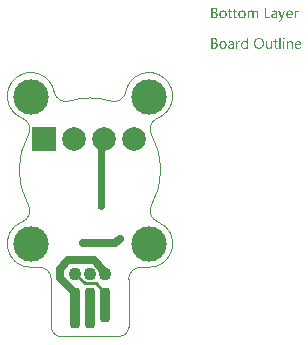
<source format=gbl>
G04*
G04 #@! TF.GenerationSoftware,Altium Limited,Altium Designer,21.3.2 (30)*
G04*
G04 Layer_Physical_Order=2*
G04 Layer_Color=16711680*
%FSAX25Y25*%
%MOIN*%
G70*
G04*
G04 #@! TF.SameCoordinates,922420EC-F797-4737-9FA0-C8A043E9FC0D*
G04*
G04*
G04 #@! TF.FilePolarity,Positive*
G04*
G01*
G75*
%ADD11C,0.00787*%
%ADD12C,0.00197*%
%ADD37C,0.02362*%
%ADD38C,0.02756*%
%ADD40C,0.07874*%
%ADD41R,0.07874X0.07874*%
%ADD42C,0.11811*%
%ADD43C,0.02362*%
G04:AMPARAMS|DCode=44|XSize=35.43mil|YSize=135.83mil|CornerRadius=13.82mil|HoleSize=0mil|Usage=FLASHONLY|Rotation=180.000|XOffset=0mil|YOffset=0mil|HoleType=Round|Shape=RoundedRectangle|*
%AMROUNDEDRECTD44*
21,1,0.03543,0.10819,0,0,180.0*
21,1,0.00780,0.13583,0,0,180.0*
1,1,0.02764,-0.00390,0.05409*
1,1,0.02764,0.00390,0.05409*
1,1,0.02764,0.00390,-0.05409*
1,1,0.02764,-0.00390,-0.05409*
%
%ADD44ROUNDEDRECTD44*%
G04:AMPARAMS|DCode=45|XSize=35.43mil|YSize=116.14mil|CornerRadius=13.82mil|HoleSize=0mil|Usage=FLASHONLY|Rotation=180.000|XOffset=0mil|YOffset=0mil|HoleType=Round|Shape=RoundedRectangle|*
%AMROUNDEDRECTD45*
21,1,0.03543,0.08850,0,0,180.0*
21,1,0.00780,0.11614,0,0,180.0*
1,1,0.02764,-0.00390,0.04425*
1,1,0.02764,0.00390,0.04425*
1,1,0.02764,0.00390,-0.04425*
1,1,0.02764,-0.00390,-0.04425*
%
%ADD45ROUNDEDRECTD45*%
%ADD46C,0.00984*%
%ADD47C,0.04331*%
G36*
X0055328Y0053351D02*
X0055347D01*
X0055368Y0053348D01*
X0055421Y0053339D01*
X0055483Y0053324D01*
X0055554Y0053302D01*
X0055628Y0053268D01*
X0055705Y0053228D01*
X0055745Y0053200D01*
X0055782Y0053172D01*
X0055819Y0053141D01*
X0055856Y0053104D01*
X0055893Y0053064D01*
X0055927Y0053021D01*
X0055958Y0052974D01*
X0055989Y0052922D01*
X0056017Y0052866D01*
X0056042Y0052804D01*
X0056063Y0052740D01*
X0056085Y0052668D01*
X0056097Y0052594D01*
X0056110Y0052511D01*
X0056116Y0052424D01*
X0056119Y0052332D01*
Y0050787D01*
X0055717D01*
Y0052227D01*
Y0052233D01*
Y0052245D01*
Y0052267D01*
X0055714Y0052295D01*
Y0052329D01*
X0055711Y0052369D01*
X0055708Y0052412D01*
X0055702Y0052458D01*
X0055686Y0052557D01*
X0055662Y0052656D01*
X0055649Y0052706D01*
X0055631Y0052749D01*
X0055609Y0052792D01*
X0055588Y0052829D01*
Y0052832D01*
X0055581Y0052838D01*
X0055575Y0052848D01*
X0055563Y0052857D01*
X0055550Y0052872D01*
X0055532Y0052888D01*
X0055510Y0052903D01*
X0055486Y0052922D01*
X0055458Y0052940D01*
X0055427Y0052956D01*
X0055390Y0052971D01*
X0055353Y0052987D01*
X0055309Y0052996D01*
X0055260Y0053005D01*
X0055211Y0053012D01*
X0055155Y0053014D01*
X0055130D01*
X0055112Y0053012D01*
X0055090Y0053008D01*
X0055065Y0053002D01*
X0055004Y0052987D01*
X0054970Y0052974D01*
X0054936Y0052956D01*
X0054899Y0052937D01*
X0054865Y0052916D01*
X0054827Y0052888D01*
X0054790Y0052857D01*
X0054753Y0052820D01*
X0054719Y0052780D01*
X0054716Y0052777D01*
X0054713Y0052770D01*
X0054704Y0052755D01*
X0054691Y0052740D01*
X0054679Y0052715D01*
X0054664Y0052687D01*
X0054645Y0052656D01*
X0054630Y0052622D01*
X0054614Y0052582D01*
X0054596Y0052539D01*
X0054580Y0052492D01*
X0054568Y0052443D01*
X0054555Y0052390D01*
X0054549Y0052335D01*
X0054543Y0052279D01*
X0054540Y0052217D01*
Y0050787D01*
X0054138D01*
Y0052276D01*
Y0052279D01*
Y0052285D01*
Y0052295D01*
Y0052307D01*
X0054135Y0052325D01*
Y0052344D01*
X0054129Y0052390D01*
X0054120Y0052446D01*
X0054107Y0052511D01*
X0054092Y0052576D01*
X0054067Y0052647D01*
X0054036Y0052715D01*
X0053999Y0052780D01*
X0053953Y0052845D01*
X0053897Y0052900D01*
X0053832Y0052947D01*
X0053795Y0052965D01*
X0053755Y0052984D01*
X0053712Y0052996D01*
X0053669Y0053005D01*
X0053619Y0053012D01*
X0053567Y0053014D01*
X0053542D01*
X0053523Y0053012D01*
X0053499Y0053008D01*
X0053474Y0053002D01*
X0053412Y0052987D01*
X0053378Y0052974D01*
X0053344Y0052959D01*
X0053307Y0052943D01*
X0053270Y0052922D01*
X0053233Y0052894D01*
X0053196Y0052866D01*
X0053162Y0052832D01*
X0053128Y0052792D01*
X0053125Y0052789D01*
X0053122Y0052783D01*
X0053113Y0052770D01*
X0053100Y0052752D01*
X0053088Y0052730D01*
X0053075Y0052706D01*
X0053060Y0052675D01*
X0053044Y0052638D01*
X0053026Y0052597D01*
X0053010Y0052554D01*
X0052998Y0052508D01*
X0052986Y0052458D01*
X0052973Y0052403D01*
X0052964Y0052344D01*
X0052961Y0052282D01*
X0052958Y0052217D01*
Y0050787D01*
X0052556D01*
Y0053296D01*
X0052958D01*
Y0052897D01*
X0052967D01*
X0052970Y0052903D01*
X0052980Y0052916D01*
X0052995Y0052940D01*
X0053017Y0052968D01*
X0053044Y0053002D01*
X0053079Y0053042D01*
X0053119Y0053083D01*
X0053165Y0053126D01*
X0053218Y0053169D01*
X0053276Y0053209D01*
X0053341Y0053249D01*
X0053409Y0053283D01*
X0053486Y0053311D01*
X0053570Y0053336D01*
X0053656Y0053348D01*
X0053749Y0053354D01*
X0053774D01*
X0053792Y0053351D01*
X0053814D01*
X0053842Y0053348D01*
X0053869Y0053342D01*
X0053900Y0053336D01*
X0053971Y0053320D01*
X0054046Y0053293D01*
X0054120Y0053259D01*
X0054157Y0053234D01*
X0054194Y0053209D01*
X0054197Y0053206D01*
X0054203Y0053203D01*
X0054212Y0053194D01*
X0054225Y0053184D01*
X0054259Y0053150D01*
X0054299Y0053110D01*
X0054342Y0053055D01*
X0054386Y0052990D01*
X0054426Y0052916D01*
X0054457Y0052832D01*
X0054460Y0052838D01*
X0054469Y0052854D01*
X0054488Y0052882D01*
X0054509Y0052913D01*
X0054540Y0052953D01*
X0054574Y0052999D01*
X0054617Y0053045D01*
X0054667Y0053095D01*
X0054722Y0053141D01*
X0054784Y0053191D01*
X0054852Y0053234D01*
X0054926Y0053274D01*
X0055010Y0053305D01*
X0055096Y0053333D01*
X0055192Y0053348D01*
X0055291Y0053354D01*
X0055313D01*
X0055328Y0053351D01*
D02*
G37*
G36*
X0069344Y0053336D02*
X0069378D01*
X0069415Y0053330D01*
X0069455Y0053324D01*
X0069496Y0053317D01*
X0069530Y0053305D01*
Y0052888D01*
X0069524Y0052891D01*
X0069511Y0052900D01*
X0069486Y0052913D01*
X0069452Y0052928D01*
X0069406Y0052943D01*
X0069357Y0052956D01*
X0069295Y0052965D01*
X0069224Y0052968D01*
X0069199D01*
X0069181Y0052965D01*
X0069159Y0052962D01*
X0069134Y0052956D01*
X0069075Y0052937D01*
X0069041Y0052925D01*
X0069007Y0052909D01*
X0068970Y0052888D01*
X0068933Y0052866D01*
X0068899Y0052838D01*
X0068862Y0052804D01*
X0068828Y0052767D01*
X0068794Y0052724D01*
X0068791Y0052721D01*
X0068788Y0052712D01*
X0068779Y0052699D01*
X0068766Y0052681D01*
X0068754Y0052656D01*
X0068739Y0052625D01*
X0068723Y0052591D01*
X0068708Y0052551D01*
X0068692Y0052508D01*
X0068677Y0052458D01*
X0068661Y0052403D01*
X0068649Y0052344D01*
X0068637Y0052279D01*
X0068627Y0052211D01*
X0068624Y0052140D01*
X0068621Y0052063D01*
Y0050787D01*
X0068220D01*
Y0053296D01*
X0068621D01*
Y0052777D01*
X0068630D01*
Y0052780D01*
X0068634Y0052789D01*
X0068640Y0052801D01*
X0068646Y0052820D01*
X0068655Y0052842D01*
X0068668Y0052869D01*
X0068695Y0052928D01*
X0068732Y0052996D01*
X0068779Y0053064D01*
X0068831Y0053129D01*
X0068893Y0053191D01*
X0068896Y0053194D01*
X0068902Y0053197D01*
X0068912Y0053203D01*
X0068924Y0053215D01*
X0068940Y0053225D01*
X0068961Y0053237D01*
X0069007Y0053265D01*
X0069066Y0053293D01*
X0069134Y0053317D01*
X0069208Y0053333D01*
X0069248Y0053336D01*
X0069289Y0053339D01*
X0069313D01*
X0069344Y0053336D01*
D02*
G37*
G36*
X0064011Y0050385D02*
Y0050382D01*
X0064008Y0050376D01*
X0064002Y0050366D01*
X0063995Y0050351D01*
X0063989Y0050332D01*
X0063980Y0050314D01*
X0063955Y0050264D01*
X0063921Y0050206D01*
X0063884Y0050138D01*
X0063838Y0050070D01*
X0063785Y0049996D01*
X0063727Y0049924D01*
X0063662Y0049854D01*
X0063591Y0049786D01*
X0063513Y0049727D01*
X0063430Y0049677D01*
X0063387Y0049659D01*
X0063340Y0049640D01*
X0063294Y0049625D01*
X0063245Y0049616D01*
X0063195Y0049609D01*
X0063143Y0049606D01*
X0063118D01*
X0063087Y0049609D01*
X0063050D01*
X0063010Y0049616D01*
X0062967Y0049622D01*
X0062920Y0049628D01*
X0062880Y0049640D01*
Y0049999D01*
X0062886Y0049996D01*
X0062902Y0049992D01*
X0062926Y0049986D01*
X0062957Y0049977D01*
X0062994Y0049968D01*
X0063034Y0049962D01*
X0063078Y0049959D01*
X0063118Y0049955D01*
X0063130D01*
X0063146Y0049959D01*
X0063167Y0049962D01*
X0063192Y0049968D01*
X0063223Y0049974D01*
X0063254Y0049986D01*
X0063291Y0050002D01*
X0063325Y0050020D01*
X0063365Y0050045D01*
X0063402Y0050073D01*
X0063439Y0050107D01*
X0063476Y0050150D01*
X0063513Y0050196D01*
X0063544Y0050252D01*
X0063575Y0050317D01*
X0063776Y0050790D01*
X0062796Y0053296D01*
X0063241D01*
X0063921Y0051364D01*
Y0051361D01*
X0063924Y0051355D01*
X0063928Y0051346D01*
X0063934Y0051327D01*
X0063940Y0051303D01*
X0063946Y0051269D01*
X0063958Y0051225D01*
X0063971Y0051173D01*
X0063986D01*
Y0051176D01*
X0063989Y0051185D01*
X0063992Y0051198D01*
X0063999Y0051219D01*
X0064005Y0051244D01*
X0064011Y0051275D01*
X0064023Y0051315D01*
X0064036Y0051358D01*
X0064749Y0053296D01*
X0065163D01*
X0064011Y0050385D01*
D02*
G37*
G36*
X0061564Y0053351D02*
X0061585D01*
X0061607Y0053348D01*
X0061635Y0053345D01*
X0061666Y0053339D01*
X0061730Y0053327D01*
X0061808Y0053305D01*
X0061885Y0053277D01*
X0061968Y0053237D01*
X0062052Y0053188D01*
X0062092Y0053160D01*
X0062132Y0053126D01*
X0062169Y0053089D01*
X0062206Y0053052D01*
X0062240Y0053008D01*
X0062271Y0052959D01*
X0062302Y0052909D01*
X0062330Y0052854D01*
X0062352Y0052792D01*
X0062373Y0052727D01*
X0062389Y0052659D01*
X0062401Y0052582D01*
X0062407Y0052505D01*
X0062410Y0052418D01*
Y0050787D01*
X0062009D01*
Y0051176D01*
X0061999D01*
X0061996Y0051170D01*
X0061987Y0051157D01*
X0061971Y0051136D01*
X0061950Y0051105D01*
X0061922Y0051071D01*
X0061888Y0051034D01*
X0061851Y0050994D01*
X0061805Y0050954D01*
X0061752Y0050910D01*
X0061696Y0050870D01*
X0061632Y0050833D01*
X0061564Y0050799D01*
X0061486Y0050768D01*
X0061406Y0050747D01*
X0061320Y0050734D01*
X0061227Y0050728D01*
X0061190D01*
X0061165Y0050731D01*
X0061134Y0050734D01*
X0061097Y0050737D01*
X0061057Y0050743D01*
X0061014Y0050753D01*
X0060918Y0050777D01*
X0060871Y0050793D01*
X0060822Y0050811D01*
X0060773Y0050833D01*
X0060726Y0050861D01*
X0060683Y0050892D01*
X0060640Y0050926D01*
X0060637Y0050929D01*
X0060630Y0050935D01*
X0060621Y0050947D01*
X0060606Y0050963D01*
X0060590Y0050981D01*
X0060575Y0051006D01*
X0060553Y0051034D01*
X0060535Y0051065D01*
X0060516Y0051102D01*
X0060498Y0051142D01*
X0060479Y0051185D01*
X0060464Y0051232D01*
X0060448Y0051281D01*
X0060439Y0051334D01*
X0060433Y0051392D01*
X0060430Y0051451D01*
Y0051454D01*
Y0051460D01*
Y0051470D01*
X0060433Y0051482D01*
Y0051497D01*
X0060436Y0051516D01*
X0060442Y0051562D01*
X0060454Y0051618D01*
X0060473Y0051680D01*
X0060498Y0051748D01*
X0060535Y0051819D01*
X0060578Y0051890D01*
X0060630Y0051961D01*
X0060664Y0051995D01*
X0060698Y0052029D01*
X0060739Y0052063D01*
X0060779Y0052094D01*
X0060825Y0052125D01*
X0060875Y0052152D01*
X0060927Y0052177D01*
X0060986Y0052202D01*
X0061048Y0052223D01*
X0061112Y0052242D01*
X0061184Y0052258D01*
X0061258Y0052270D01*
X0062009Y0052375D01*
Y0052378D01*
Y0052381D01*
Y0052390D01*
Y0052403D01*
X0062006Y0052434D01*
X0061999Y0052474D01*
X0061993Y0052523D01*
X0061981Y0052579D01*
X0061965Y0052635D01*
X0061944Y0052696D01*
X0061916Y0052755D01*
X0061882Y0052814D01*
X0061842Y0052866D01*
X0061792Y0052916D01*
X0061730Y0052956D01*
X0061663Y0052987D01*
X0061625Y0052999D01*
X0061582Y0053008D01*
X0061539Y0053012D01*
X0061493Y0053014D01*
X0061471D01*
X0061449Y0053012D01*
X0061415Y0053008D01*
X0061375Y0053005D01*
X0061329Y0052999D01*
X0061276Y0052990D01*
X0061221Y0052978D01*
X0061159Y0052959D01*
X0061094Y0052940D01*
X0061026Y0052916D01*
X0060955Y0052885D01*
X0060884Y0052848D01*
X0060813Y0052807D01*
X0060742Y0052761D01*
X0060674Y0052706D01*
Y0053117D01*
X0060677Y0053120D01*
X0060689Y0053126D01*
X0060711Y0053138D01*
X0060739Y0053154D01*
X0060776Y0053172D01*
X0060816Y0053191D01*
X0060865Y0053212D01*
X0060921Y0053237D01*
X0060980Y0053259D01*
X0061045Y0053280D01*
X0061116Y0053299D01*
X0061190Y0053317D01*
X0061270Y0053333D01*
X0061350Y0053345D01*
X0061437Y0053351D01*
X0061527Y0053354D01*
X0061548D01*
X0061564Y0053351D01*
D02*
G37*
G36*
X0058721Y0051157D02*
X0060133D01*
Y0050787D01*
X0058310D01*
Y0054300D01*
X0058721D01*
Y0051157D01*
D02*
G37*
G36*
X0041528Y0054297D02*
X0041565Y0054294D01*
X0041608Y0054288D01*
X0041658Y0054281D01*
X0041714Y0054272D01*
X0041769Y0054260D01*
X0041828Y0054244D01*
X0041890Y0054226D01*
X0041948Y0054204D01*
X0042010Y0054180D01*
X0042066Y0054149D01*
X0042121Y0054115D01*
X0042174Y0054074D01*
X0042177Y0054071D01*
X0042186Y0054065D01*
X0042199Y0054053D01*
X0042214Y0054034D01*
X0042236Y0054013D01*
X0042257Y0053985D01*
X0042282Y0053954D01*
X0042307Y0053920D01*
X0042331Y0053880D01*
X0042356Y0053837D01*
X0042378Y0053787D01*
X0042399Y0053738D01*
X0042415Y0053682D01*
X0042427Y0053623D01*
X0042437Y0053562D01*
X0042440Y0053497D01*
Y0053493D01*
Y0053484D01*
Y0053469D01*
X0042437Y0053447D01*
X0042433Y0053419D01*
X0042430Y0053391D01*
X0042427Y0053357D01*
X0042421Y0053320D01*
X0042399Y0053237D01*
X0042372Y0053150D01*
X0042353Y0053104D01*
X0042331Y0053061D01*
X0042307Y0053018D01*
X0042279Y0052974D01*
X0042276Y0052971D01*
X0042273Y0052965D01*
X0042263Y0052953D01*
X0042248Y0052937D01*
X0042233Y0052922D01*
X0042214Y0052900D01*
X0042189Y0052879D01*
X0042165Y0052854D01*
X0042134Y0052829D01*
X0042100Y0052801D01*
X0042063Y0052777D01*
X0042022Y0052749D01*
X0041979Y0052724D01*
X0041936Y0052702D01*
X0041834Y0052662D01*
Y0052653D01*
X0041837D01*
X0041849Y0052650D01*
X0041868Y0052647D01*
X0041893Y0052644D01*
X0041924Y0052638D01*
X0041958Y0052628D01*
X0041998Y0052616D01*
X0042038Y0052604D01*
X0042127Y0052570D01*
X0042177Y0052548D01*
X0042223Y0052520D01*
X0042270Y0052492D01*
X0042316Y0052461D01*
X0042362Y0052424D01*
X0042402Y0052384D01*
X0042406Y0052381D01*
X0042412Y0052375D01*
X0042421Y0052363D01*
X0042437Y0052344D01*
X0042452Y0052319D01*
X0042470Y0052295D01*
X0042489Y0052261D01*
X0042511Y0052227D01*
X0042529Y0052186D01*
X0042548Y0052140D01*
X0042566Y0052094D01*
X0042582Y0052041D01*
X0042597Y0051982D01*
X0042606Y0051924D01*
X0042613Y0051862D01*
X0042616Y0051794D01*
Y0051788D01*
Y0051775D01*
X0042613Y0051751D01*
X0042610Y0051720D01*
X0042606Y0051680D01*
X0042597Y0051636D01*
X0042588Y0051587D01*
X0042576Y0051534D01*
X0042557Y0051476D01*
X0042535Y0051417D01*
X0042511Y0051358D01*
X0042480Y0051297D01*
X0042443Y0051235D01*
X0042399Y0051176D01*
X0042350Y0051120D01*
X0042291Y0051065D01*
X0042288Y0051062D01*
X0042276Y0051052D01*
X0042257Y0051040D01*
X0042233Y0051021D01*
X0042202Y0051000D01*
X0042162Y0050978D01*
X0042118Y0050950D01*
X0042069Y0050926D01*
X0042010Y0050901D01*
X0041948Y0050876D01*
X0041883Y0050852D01*
X0041809Y0050830D01*
X0041732Y0050811D01*
X0041652Y0050799D01*
X0041565Y0050790D01*
X0041475Y0050787D01*
X0040453D01*
Y0054300D01*
X0041494D01*
X0041528Y0054297D01*
D02*
G37*
G36*
X0048447Y0053296D02*
X0049080D01*
Y0052950D01*
X0048447D01*
Y0051538D01*
Y0051534D01*
Y0051525D01*
Y0051513D01*
Y0051497D01*
X0048450Y0051476D01*
X0048453Y0051451D01*
X0048459Y0051398D01*
X0048468Y0051337D01*
X0048484Y0051278D01*
X0048505Y0051222D01*
X0048518Y0051198D01*
X0048533Y0051176D01*
X0048536Y0051173D01*
X0048549Y0051161D01*
X0048570Y0051142D01*
X0048601Y0051123D01*
X0048641Y0051102D01*
X0048691Y0051086D01*
X0048749Y0051074D01*
X0048817Y0051068D01*
X0048842D01*
X0048870Y0051071D01*
X0048907Y0051077D01*
X0048947Y0051090D01*
X0048994Y0051102D01*
X0049037Y0051123D01*
X0049080Y0051151D01*
Y0050808D01*
X0049077D01*
X0049074Y0050805D01*
X0049065Y0050802D01*
X0049055Y0050796D01*
X0049021Y0050784D01*
X0048981Y0050771D01*
X0048926Y0050759D01*
X0048861Y0050747D01*
X0048787Y0050737D01*
X0048703Y0050734D01*
X0048675D01*
X0048641Y0050740D01*
X0048601Y0050747D01*
X0048552Y0050756D01*
X0048496Y0050774D01*
X0048434Y0050796D01*
X0048375Y0050827D01*
X0048314Y0050864D01*
X0048252Y0050913D01*
X0048196Y0050972D01*
X0048172Y0051006D01*
X0048147Y0051043D01*
X0048125Y0051083D01*
X0048107Y0051127D01*
X0048088Y0051173D01*
X0048073Y0051225D01*
X0048060Y0051278D01*
X0048051Y0051337D01*
X0048048Y0051398D01*
X0048045Y0051467D01*
Y0052950D01*
X0047615D01*
Y0053296D01*
X0048045D01*
Y0053908D01*
X0048447Y0054037D01*
Y0053296D01*
D02*
G37*
G36*
X0046747D02*
X0047381D01*
Y0052950D01*
X0046747D01*
Y0051538D01*
Y0051534D01*
Y0051525D01*
Y0051513D01*
Y0051497D01*
X0046750Y0051476D01*
X0046753Y0051451D01*
X0046759Y0051398D01*
X0046769Y0051337D01*
X0046784Y0051278D01*
X0046806Y0051222D01*
X0046818Y0051198D01*
X0046834Y0051176D01*
X0046837Y0051173D01*
X0046849Y0051161D01*
X0046871Y0051142D01*
X0046902Y0051123D01*
X0046942Y0051102D01*
X0046991Y0051086D01*
X0047050Y0051074D01*
X0047118Y0051068D01*
X0047143D01*
X0047170Y0051071D01*
X0047207Y0051077D01*
X0047248Y0051090D01*
X0047294Y0051102D01*
X0047337Y0051123D01*
X0047381Y0051151D01*
Y0050808D01*
X0047377D01*
X0047374Y0050805D01*
X0047365Y0050802D01*
X0047356Y0050796D01*
X0047322Y0050784D01*
X0047282Y0050771D01*
X0047226Y0050759D01*
X0047161Y0050747D01*
X0047087Y0050737D01*
X0047004Y0050734D01*
X0046976D01*
X0046942Y0050740D01*
X0046902Y0050747D01*
X0046852Y0050756D01*
X0046797Y0050774D01*
X0046735Y0050796D01*
X0046676Y0050827D01*
X0046614Y0050864D01*
X0046552Y0050913D01*
X0046497Y0050972D01*
X0046472Y0051006D01*
X0046447Y0051043D01*
X0046426Y0051083D01*
X0046407Y0051127D01*
X0046389Y0051173D01*
X0046373Y0051225D01*
X0046361Y0051278D01*
X0046352Y0051337D01*
X0046349Y0051398D01*
X0046345Y0051467D01*
Y0052950D01*
X0045916D01*
Y0053296D01*
X0046345D01*
Y0053908D01*
X0046747Y0054037D01*
Y0053296D01*
D02*
G37*
G36*
X0066628Y0053351D02*
X0066662Y0053348D01*
X0066705Y0053345D01*
X0066752Y0053339D01*
X0066804Y0053327D01*
X0066860Y0053314D01*
X0066922Y0053299D01*
X0066983Y0053277D01*
X0067045Y0053249D01*
X0067110Y0053219D01*
X0067172Y0053181D01*
X0067231Y0053138D01*
X0067289Y0053089D01*
X0067342Y0053033D01*
X0067345Y0053030D01*
X0067354Y0053018D01*
X0067367Y0052999D01*
X0067385Y0052974D01*
X0067404Y0052943D01*
X0067428Y0052903D01*
X0067453Y0052857D01*
X0067478Y0052804D01*
X0067503Y0052743D01*
X0067527Y0052678D01*
X0067552Y0052604D01*
X0067571Y0052526D01*
X0067589Y0052440D01*
X0067602Y0052350D01*
X0067611Y0052251D01*
X0067614Y0052149D01*
Y0051939D01*
X0065840D01*
Y0051933D01*
Y0051921D01*
X0065843Y0051899D01*
X0065846Y0051871D01*
X0065850Y0051834D01*
X0065856Y0051794D01*
X0065862Y0051751D01*
X0065874Y0051701D01*
X0065902Y0051596D01*
X0065921Y0051544D01*
X0065942Y0051488D01*
X0065967Y0051436D01*
X0065995Y0051383D01*
X0066029Y0051337D01*
X0066066Y0051290D01*
X0066069Y0051287D01*
X0066075Y0051281D01*
X0066087Y0051269D01*
X0066106Y0051256D01*
X0066128Y0051238D01*
X0066155Y0051219D01*
X0066186Y0051198D01*
X0066220Y0051179D01*
X0066260Y0051157D01*
X0066307Y0051136D01*
X0066353Y0051117D01*
X0066409Y0051099D01*
X0066464Y0051086D01*
X0066526Y0051074D01*
X0066591Y0051068D01*
X0066659Y0051065D01*
X0066678D01*
X0066699Y0051068D01*
X0066730D01*
X0066767Y0051074D01*
X0066811Y0051080D01*
X0066860Y0051090D01*
X0066916Y0051099D01*
X0066974Y0051114D01*
X0067036Y0051133D01*
X0067101Y0051154D01*
X0067166Y0051182D01*
X0067234Y0051213D01*
X0067302Y0051250D01*
X0067370Y0051293D01*
X0067438Y0051343D01*
Y0050966D01*
X0067435Y0050963D01*
X0067422Y0050957D01*
X0067404Y0050944D01*
X0067379Y0050929D01*
X0067345Y0050910D01*
X0067305Y0050892D01*
X0067259Y0050870D01*
X0067206Y0050849D01*
X0067144Y0050824D01*
X0067079Y0050802D01*
X0067008Y0050784D01*
X0066931Y0050765D01*
X0066847Y0050750D01*
X0066758Y0050737D01*
X0066662Y0050731D01*
X0066563Y0050728D01*
X0066539D01*
X0066514Y0050731D01*
X0066477Y0050734D01*
X0066430Y0050737D01*
X0066378Y0050747D01*
X0066322Y0050756D01*
X0066260Y0050771D01*
X0066195Y0050790D01*
X0066128Y0050811D01*
X0066057Y0050839D01*
X0065988Y0050870D01*
X0065917Y0050910D01*
X0065852Y0050957D01*
X0065788Y0051009D01*
X0065729Y0051068D01*
X0065726Y0051071D01*
X0065717Y0051083D01*
X0065701Y0051105D01*
X0065683Y0051133D01*
X0065658Y0051167D01*
X0065633Y0051210D01*
X0065605Y0051259D01*
X0065578Y0051318D01*
X0065550Y0051380D01*
X0065522Y0051454D01*
X0065497Y0051531D01*
X0065473Y0051618D01*
X0065454Y0051711D01*
X0065438Y0051810D01*
X0065429Y0051918D01*
X0065426Y0052029D01*
Y0052032D01*
Y0052035D01*
Y0052044D01*
Y0052054D01*
X0065429Y0052084D01*
X0065432Y0052128D01*
X0065435Y0052177D01*
X0065445Y0052233D01*
X0065454Y0052298D01*
X0065466Y0052369D01*
X0065485Y0052443D01*
X0065507Y0052520D01*
X0065534Y0052601D01*
X0065565Y0052681D01*
X0065602Y0052758D01*
X0065649Y0052838D01*
X0065698Y0052913D01*
X0065757Y0052984D01*
X0065760Y0052987D01*
X0065772Y0052999D01*
X0065791Y0053018D01*
X0065816Y0053042D01*
X0065850Y0053070D01*
X0065890Y0053101D01*
X0065933Y0053135D01*
X0065985Y0053169D01*
X0066041Y0053203D01*
X0066106Y0053237D01*
X0066174Y0053268D01*
X0066245Y0053296D01*
X0066322Y0053320D01*
X0066406Y0053339D01*
X0066492Y0053351D01*
X0066582Y0053354D01*
X0066603D01*
X0066628Y0053351D01*
D02*
G37*
G36*
X0050776D02*
X0050817Y0053348D01*
X0050863Y0053345D01*
X0050919Y0053336D01*
X0050977Y0053327D01*
X0051042Y0053311D01*
X0051113Y0053293D01*
X0051184Y0053271D01*
X0051255Y0053243D01*
X0051329Y0053209D01*
X0051401Y0053169D01*
X0051472Y0053123D01*
X0051537Y0053070D01*
X0051598Y0053008D01*
X0051601Y0053005D01*
X0051611Y0052993D01*
X0051626Y0052971D01*
X0051648Y0052943D01*
X0051673Y0052909D01*
X0051697Y0052866D01*
X0051728Y0052817D01*
X0051756Y0052758D01*
X0051787Y0052693D01*
X0051815Y0052622D01*
X0051839Y0052545D01*
X0051864Y0052458D01*
X0051886Y0052366D01*
X0051901Y0052267D01*
X0051911Y0052162D01*
X0051914Y0052051D01*
Y0052047D01*
Y0052044D01*
Y0052035D01*
Y0052023D01*
X0051911Y0051992D01*
X0051907Y0051952D01*
X0051904Y0051899D01*
X0051895Y0051840D01*
X0051886Y0051775D01*
X0051870Y0051704D01*
X0051852Y0051630D01*
X0051830Y0051550D01*
X0051802Y0051470D01*
X0051771Y0051389D01*
X0051731Y0051309D01*
X0051685Y0051232D01*
X0051632Y0051157D01*
X0051574Y0051086D01*
X0051571Y0051083D01*
X0051558Y0051071D01*
X0051540Y0051052D01*
X0051512Y0051031D01*
X0051478Y0051003D01*
X0051438Y0050972D01*
X0051388Y0050941D01*
X0051333Y0050907D01*
X0051271Y0050873D01*
X0051203Y0050842D01*
X0051129Y0050811D01*
X0051048Y0050784D01*
X0050959Y0050762D01*
X0050866Y0050743D01*
X0050770Y0050731D01*
X0050665Y0050728D01*
X0050640D01*
X0050613Y0050731D01*
X0050573Y0050734D01*
X0050526Y0050737D01*
X0050471Y0050747D01*
X0050412Y0050756D01*
X0050347Y0050771D01*
X0050276Y0050790D01*
X0050205Y0050814D01*
X0050131Y0050842D01*
X0050056Y0050876D01*
X0049982Y0050916D01*
X0049908Y0050963D01*
X0049840Y0051015D01*
X0049775Y0051077D01*
X0049772Y0051080D01*
X0049760Y0051093D01*
X0049744Y0051114D01*
X0049723Y0051142D01*
X0049698Y0051176D01*
X0049670Y0051219D01*
X0049642Y0051269D01*
X0049611Y0051327D01*
X0049581Y0051389D01*
X0049550Y0051460D01*
X0049522Y0051538D01*
X0049497Y0051621D01*
X0049475Y0051708D01*
X0049460Y0051803D01*
X0049448Y0051905D01*
X0049445Y0052010D01*
Y0052013D01*
Y0052017D01*
Y0052026D01*
Y0052038D01*
X0049448Y0052072D01*
X0049451Y0052115D01*
X0049454Y0052168D01*
X0049463Y0052230D01*
X0049472Y0052298D01*
X0049488Y0052372D01*
X0049507Y0052449D01*
X0049528Y0052529D01*
X0049556Y0052613D01*
X0049590Y0052696D01*
X0049630Y0052777D01*
X0049673Y0052854D01*
X0049726Y0052928D01*
X0049788Y0052999D01*
X0049791Y0053002D01*
X0049803Y0053014D01*
X0049825Y0053033D01*
X0049852Y0053055D01*
X0049887Y0053083D01*
X0049930Y0053110D01*
X0049979Y0053144D01*
X0050035Y0053178D01*
X0050097Y0053209D01*
X0050168Y0053243D01*
X0050245Y0053271D01*
X0050328Y0053299D01*
X0050418Y0053320D01*
X0050514Y0053339D01*
X0050616Y0053351D01*
X0050724Y0053354D01*
X0050749D01*
X0050776Y0053351D01*
D02*
G37*
G36*
X0044436D02*
X0044476Y0053348D01*
X0044522Y0053345D01*
X0044578Y0053336D01*
X0044637Y0053327D01*
X0044701Y0053311D01*
X0044773Y0053293D01*
X0044844Y0053271D01*
X0044915Y0053243D01*
X0044989Y0053209D01*
X0045060Y0053169D01*
X0045131Y0053123D01*
X0045196Y0053070D01*
X0045258Y0053008D01*
X0045261Y0053005D01*
X0045270Y0052993D01*
X0045285Y0052971D01*
X0045307Y0052943D01*
X0045332Y0052909D01*
X0045357Y0052866D01*
X0045388Y0052817D01*
X0045415Y0052758D01*
X0045446Y0052693D01*
X0045474Y0052622D01*
X0045499Y0052545D01*
X0045523Y0052458D01*
X0045545Y0052366D01*
X0045561Y0052267D01*
X0045570Y0052162D01*
X0045573Y0052051D01*
Y0052047D01*
Y0052044D01*
Y0052035D01*
Y0052023D01*
X0045570Y0051992D01*
X0045567Y0051952D01*
X0045564Y0051899D01*
X0045554Y0051840D01*
X0045545Y0051775D01*
X0045530Y0051704D01*
X0045511Y0051630D01*
X0045489Y0051550D01*
X0045462Y0051470D01*
X0045431Y0051389D01*
X0045391Y0051309D01*
X0045344Y0051232D01*
X0045292Y0051157D01*
X0045233Y0051086D01*
X0045230Y0051083D01*
X0045217Y0051071D01*
X0045199Y0051052D01*
X0045171Y0051031D01*
X0045137Y0051003D01*
X0045097Y0050972D01*
X0045048Y0050941D01*
X0044992Y0050907D01*
X0044930Y0050873D01*
X0044862Y0050842D01*
X0044788Y0050811D01*
X0044708Y0050784D01*
X0044618Y0050762D01*
X0044525Y0050743D01*
X0044430Y0050731D01*
X0044324Y0050728D01*
X0044300D01*
X0044272Y0050731D01*
X0044232Y0050734D01*
X0044186Y0050737D01*
X0044130Y0050747D01*
X0044071Y0050756D01*
X0044006Y0050771D01*
X0043935Y0050790D01*
X0043864Y0050814D01*
X0043790Y0050842D01*
X0043716Y0050876D01*
X0043642Y0050916D01*
X0043567Y0050963D01*
X0043499Y0051015D01*
X0043435Y0051077D01*
X0043431Y0051080D01*
X0043419Y0051093D01*
X0043404Y0051114D01*
X0043382Y0051142D01*
X0043357Y0051176D01*
X0043330Y0051219D01*
X0043302Y0051269D01*
X0043271Y0051327D01*
X0043240Y0051389D01*
X0043209Y0051460D01*
X0043181Y0051538D01*
X0043156Y0051621D01*
X0043135Y0051708D01*
X0043119Y0051803D01*
X0043107Y0051905D01*
X0043104Y0052010D01*
Y0052013D01*
Y0052017D01*
Y0052026D01*
Y0052038D01*
X0043107Y0052072D01*
X0043110Y0052115D01*
X0043113Y0052168D01*
X0043123Y0052230D01*
X0043132Y0052298D01*
X0043147Y0052372D01*
X0043166Y0052449D01*
X0043187Y0052529D01*
X0043215Y0052613D01*
X0043249Y0052696D01*
X0043289Y0052777D01*
X0043333Y0052854D01*
X0043385Y0052928D01*
X0043447Y0052999D01*
X0043450Y0053002D01*
X0043462Y0053014D01*
X0043484Y0053033D01*
X0043512Y0053055D01*
X0043546Y0053083D01*
X0043589Y0053110D01*
X0043639Y0053144D01*
X0043694Y0053178D01*
X0043756Y0053209D01*
X0043827Y0053243D01*
X0043904Y0053271D01*
X0043988Y0053299D01*
X0044077Y0053320D01*
X0044173Y0053339D01*
X0044275Y0053351D01*
X0044383Y0053354D01*
X0044408D01*
X0044436Y0053351D01*
D02*
G37*
G36*
X0064623Y0044275D02*
X0064650Y0044268D01*
X0064678Y0044259D01*
X0064709Y0044244D01*
X0064740Y0044225D01*
X0064771Y0044201D01*
X0064774Y0044197D01*
X0064783Y0044188D01*
X0064796Y0044173D01*
X0064811Y0044151D01*
X0064824Y0044123D01*
X0064836Y0044092D01*
X0064845Y0044055D01*
X0064848Y0044015D01*
Y0044009D01*
Y0043997D01*
X0064845Y0043978D01*
X0064839Y0043950D01*
X0064830Y0043922D01*
X0064814Y0043891D01*
X0064796Y0043861D01*
X0064771Y0043830D01*
X0064768Y0043827D01*
X0064759Y0043817D01*
X0064740Y0043805D01*
X0064719Y0043793D01*
X0064691Y0043780D01*
X0064660Y0043768D01*
X0064626Y0043759D01*
X0064586Y0043755D01*
X0064567D01*
X0064549Y0043759D01*
X0064521Y0043765D01*
X0064493Y0043774D01*
X0064462Y0043786D01*
X0064431Y0043802D01*
X0064400Y0043827D01*
X0064397Y0043830D01*
X0064388Y0043839D01*
X0064376Y0043857D01*
X0064363Y0043879D01*
X0064351Y0043904D01*
X0064338Y0043938D01*
X0064329Y0043975D01*
X0064326Y0044015D01*
Y0044021D01*
Y0044034D01*
X0064329Y0044055D01*
X0064335Y0044080D01*
X0064345Y0044111D01*
X0064357Y0044142D01*
X0064376Y0044173D01*
X0064400Y0044201D01*
X0064403Y0044203D01*
X0064413Y0044213D01*
X0064431Y0044225D01*
X0064453Y0044241D01*
X0064481Y0044253D01*
X0064512Y0044265D01*
X0064546Y0044275D01*
X0064586Y0044278D01*
X0064604D01*
X0064623Y0044275D01*
D02*
G37*
G36*
X0052655Y0040610D02*
X0052254D01*
Y0041033D01*
X0052244D01*
X0052241Y0041027D01*
X0052232Y0041012D01*
X0052213Y0040990D01*
X0052192Y0040959D01*
X0052161Y0040922D01*
X0052127Y0040882D01*
X0052083Y0040839D01*
X0052031Y0040792D01*
X0051975Y0040746D01*
X0051911Y0040703D01*
X0051839Y0040662D01*
X0051762Y0040625D01*
X0051679Y0040594D01*
X0051586Y0040573D01*
X0051487Y0040557D01*
X0051382Y0040551D01*
X0051360D01*
X0051336Y0040554D01*
X0051305Y0040557D01*
X0051265Y0040560D01*
X0051218Y0040570D01*
X0051166Y0040579D01*
X0051110Y0040594D01*
X0051051Y0040610D01*
X0050990Y0040635D01*
X0050928Y0040659D01*
X0050863Y0040693D01*
X0050801Y0040730D01*
X0050739Y0040777D01*
X0050681Y0040829D01*
X0050625Y0040888D01*
X0050622Y0040891D01*
X0050613Y0040903D01*
X0050600Y0040922D01*
X0050582Y0040950D01*
X0050560Y0040984D01*
X0050535Y0041024D01*
X0050511Y0041073D01*
X0050486Y0041129D01*
X0050458Y0041191D01*
X0050433Y0041259D01*
X0050409Y0041336D01*
X0050387Y0041416D01*
X0050369Y0041503D01*
X0050356Y0041599D01*
X0050347Y0041698D01*
X0050344Y0041803D01*
Y0041806D01*
Y0041809D01*
Y0041818D01*
Y0041830D01*
X0050347Y0041861D01*
X0050350Y0041905D01*
X0050353Y0041960D01*
X0050359Y0042019D01*
X0050369Y0042087D01*
X0050384Y0042161D01*
X0050400Y0042238D01*
X0050421Y0042322D01*
X0050446Y0042402D01*
X0050477Y0042489D01*
X0050511Y0042569D01*
X0050554Y0042649D01*
X0050600Y0042726D01*
X0050656Y0042801D01*
X0050659Y0042804D01*
X0050671Y0042816D01*
X0050690Y0042835D01*
X0050715Y0042859D01*
X0050745Y0042887D01*
X0050783Y0042921D01*
X0050829Y0042955D01*
X0050878Y0042989D01*
X0050937Y0043023D01*
X0050999Y0043057D01*
X0051067Y0043091D01*
X0051141Y0043119D01*
X0051221Y0043144D01*
X0051308Y0043162D01*
X0051398Y0043175D01*
X0051493Y0043178D01*
X0051515D01*
X0051543Y0043175D01*
X0051577Y0043172D01*
X0051620Y0043165D01*
X0051669Y0043156D01*
X0051722Y0043144D01*
X0051781Y0043128D01*
X0051842Y0043107D01*
X0051904Y0043079D01*
X0051966Y0043045D01*
X0052028Y0043005D01*
X0052087Y0042958D01*
X0052145Y0042906D01*
X0052198Y0042841D01*
X0052244Y0042770D01*
X0052254D01*
Y0044324D01*
X0052655D01*
Y0040610D01*
D02*
G37*
G36*
X0066869Y0043175D02*
X0066897D01*
X0066931Y0043168D01*
X0066971Y0043162D01*
X0067014Y0043156D01*
X0067061Y0043144D01*
X0067110Y0043131D01*
X0067163Y0043113D01*
X0067215Y0043091D01*
X0067268Y0043063D01*
X0067317Y0043032D01*
X0067367Y0042998D01*
X0067413Y0042955D01*
X0067456Y0042909D01*
X0067459Y0042906D01*
X0067466Y0042897D01*
X0067478Y0042881D01*
X0067490Y0042859D01*
X0067506Y0042832D01*
X0067524Y0042798D01*
X0067546Y0042757D01*
X0067567Y0042714D01*
X0067586Y0042662D01*
X0067608Y0042606D01*
X0067626Y0042541D01*
X0067642Y0042473D01*
X0067654Y0042399D01*
X0067666Y0042319D01*
X0067673Y0042235D01*
X0067676Y0042143D01*
Y0040610D01*
X0067274D01*
Y0042041D01*
Y0042044D01*
Y0042050D01*
Y0042059D01*
Y0042074D01*
X0067271Y0042093D01*
Y0042115D01*
X0067265Y0042164D01*
X0067255Y0042226D01*
X0067243Y0042294D01*
X0067225Y0042365D01*
X0067200Y0042439D01*
X0067169Y0042513D01*
X0067132Y0042584D01*
X0067085Y0042652D01*
X0067027Y0042714D01*
X0066962Y0042764D01*
X0066925Y0042785D01*
X0066882Y0042804D01*
X0066838Y0042819D01*
X0066792Y0042829D01*
X0066742Y0042835D01*
X0066690Y0042838D01*
X0066662D01*
X0066641Y0042835D01*
X0066616Y0042832D01*
X0066585Y0042825D01*
X0066551Y0042819D01*
X0066517Y0042810D01*
X0066477Y0042798D01*
X0066437Y0042782D01*
X0066396Y0042764D01*
X0066353Y0042742D01*
X0066313Y0042714D01*
X0066270Y0042683D01*
X0066229Y0042649D01*
X0066192Y0042609D01*
X0066189Y0042606D01*
X0066183Y0042600D01*
X0066174Y0042588D01*
X0066162Y0042569D01*
X0066146Y0042547D01*
X0066131Y0042520D01*
X0066112Y0042489D01*
X0066094Y0042455D01*
X0066075Y0042414D01*
X0066057Y0042371D01*
X0066041Y0042325D01*
X0066026Y0042275D01*
X0066013Y0042220D01*
X0066004Y0042164D01*
X0065998Y0042102D01*
X0065995Y0042041D01*
Y0040610D01*
X0065593D01*
Y0043119D01*
X0065995D01*
Y0042702D01*
X0066004D01*
X0066007Y0042708D01*
X0066016Y0042723D01*
X0066035Y0042745D01*
X0066057Y0042776D01*
X0066087Y0042813D01*
X0066121Y0042853D01*
X0066165Y0042897D01*
X0066214Y0042940D01*
X0066270Y0042983D01*
X0066331Y0043026D01*
X0066400Y0043066D01*
X0066471Y0043104D01*
X0066551Y0043134D01*
X0066637Y0043156D01*
X0066730Y0043172D01*
X0066829Y0043178D01*
X0066847D01*
X0066869Y0043175D01*
D02*
G37*
G36*
X0049893Y0043159D02*
X0049927D01*
X0049964Y0043153D01*
X0050004Y0043147D01*
X0050044Y0043141D01*
X0050078Y0043128D01*
Y0042711D01*
X0050072Y0042714D01*
X0050060Y0042723D01*
X0050035Y0042736D01*
X0050001Y0042751D01*
X0049955Y0042767D01*
X0049905Y0042779D01*
X0049843Y0042788D01*
X0049772Y0042791D01*
X0049747D01*
X0049729Y0042788D01*
X0049707Y0042785D01*
X0049683Y0042779D01*
X0049624Y0042761D01*
X0049590Y0042748D01*
X0049556Y0042733D01*
X0049519Y0042711D01*
X0049482Y0042689D01*
X0049448Y0042662D01*
X0049411Y0042628D01*
X0049377Y0042591D01*
X0049343Y0042547D01*
X0049340Y0042544D01*
X0049336Y0042535D01*
X0049327Y0042523D01*
X0049315Y0042504D01*
X0049303Y0042479D01*
X0049287Y0042448D01*
X0049272Y0042414D01*
X0049256Y0042374D01*
X0049241Y0042331D01*
X0049225Y0042282D01*
X0049210Y0042226D01*
X0049197Y0042167D01*
X0049185Y0042102D01*
X0049176Y0042034D01*
X0049173Y0041963D01*
X0049170Y0041886D01*
Y0040610D01*
X0048768D01*
Y0043119D01*
X0049170D01*
Y0042600D01*
X0049179D01*
Y0042603D01*
X0049182Y0042612D01*
X0049188Y0042625D01*
X0049194Y0042643D01*
X0049204Y0042665D01*
X0049216Y0042693D01*
X0049244Y0042751D01*
X0049281Y0042819D01*
X0049327Y0042887D01*
X0049380Y0042952D01*
X0049442Y0043014D01*
X0049445Y0043017D01*
X0049451Y0043020D01*
X0049460Y0043026D01*
X0049472Y0043039D01*
X0049488Y0043048D01*
X0049510Y0043060D01*
X0049556Y0043088D01*
X0049615Y0043116D01*
X0049683Y0043141D01*
X0049757Y0043156D01*
X0049797Y0043159D01*
X0049837Y0043162D01*
X0049862D01*
X0049893Y0043159D01*
D02*
G37*
G36*
X0060655Y0040610D02*
X0060254D01*
Y0041005D01*
X0060244D01*
X0060241Y0040999D01*
X0060232Y0040987D01*
X0060216Y0040962D01*
X0060198Y0040934D01*
X0060170Y0040900D01*
X0060136Y0040863D01*
X0060099Y0040820D01*
X0060053Y0040780D01*
X0060003Y0040737D01*
X0059944Y0040696D01*
X0059883Y0040656D01*
X0059812Y0040622D01*
X0059734Y0040594D01*
X0059654Y0040570D01*
X0059564Y0040557D01*
X0059469Y0040551D01*
X0059447D01*
X0059431Y0040554D01*
X0059410D01*
X0059385Y0040557D01*
X0059357Y0040563D01*
X0059330Y0040567D01*
X0059262Y0040585D01*
X0059184Y0040607D01*
X0059104Y0040641D01*
X0059064Y0040662D01*
X0059021Y0040684D01*
X0058977Y0040712D01*
X0058937Y0040740D01*
X0058897Y0040774D01*
X0058857Y0040811D01*
X0058817Y0040854D01*
X0058780Y0040897D01*
X0058746Y0040947D01*
X0058712Y0041002D01*
X0058684Y0041061D01*
X0058656Y0041123D01*
X0058631Y0041191D01*
X0058610Y0041265D01*
X0058594Y0041345D01*
X0058582Y0041429D01*
X0058576Y0041521D01*
X0058573Y0041617D01*
Y0043119D01*
X0058971D01*
Y0041682D01*
Y0041679D01*
Y0041673D01*
Y0041664D01*
Y0041648D01*
X0058974Y0041630D01*
Y0041608D01*
X0058980Y0041559D01*
X0058990Y0041497D01*
X0059002Y0041432D01*
X0059024Y0041358D01*
X0059048Y0041287D01*
X0059079Y0041212D01*
X0059119Y0041138D01*
X0059169Y0041073D01*
X0059228Y0041012D01*
X0059299Y0040962D01*
X0059336Y0040940D01*
X0059379Y0040922D01*
X0059425Y0040907D01*
X0059472Y0040897D01*
X0059524Y0040891D01*
X0059580Y0040888D01*
X0059608D01*
X0059629Y0040891D01*
X0059654Y0040894D01*
X0059682Y0040900D01*
X0059716Y0040907D01*
X0059750Y0040916D01*
X0059787Y0040925D01*
X0059827Y0040940D01*
X0059867Y0040959D01*
X0059907Y0040981D01*
X0059948Y0041005D01*
X0059988Y0041033D01*
X0060025Y0041067D01*
X0060062Y0041104D01*
X0060065Y0041107D01*
X0060071Y0041113D01*
X0060080Y0041126D01*
X0060093Y0041144D01*
X0060105Y0041166D01*
X0060124Y0041191D01*
X0060139Y0041222D01*
X0060158Y0041256D01*
X0060176Y0041296D01*
X0060192Y0041339D01*
X0060210Y0041385D01*
X0060223Y0041435D01*
X0060235Y0041491D01*
X0060244Y0041546D01*
X0060250Y0041608D01*
X0060254Y0041673D01*
Y0043119D01*
X0060655D01*
Y0040610D01*
D02*
G37*
G36*
X0064780D02*
X0064379D01*
Y0043119D01*
X0064780D01*
Y0040610D01*
D02*
G37*
G36*
X0063566D02*
X0063164D01*
Y0044324D01*
X0063566D01*
Y0040610D01*
D02*
G37*
G36*
X0047164Y0043175D02*
X0047186D01*
X0047207Y0043172D01*
X0047235Y0043168D01*
X0047266Y0043162D01*
X0047331Y0043150D01*
X0047408Y0043128D01*
X0047486Y0043100D01*
X0047569Y0043060D01*
X0047652Y0043011D01*
X0047693Y0042983D01*
X0047733Y0042949D01*
X0047770Y0042912D01*
X0047807Y0042875D01*
X0047841Y0042832D01*
X0047872Y0042782D01*
X0047903Y0042733D01*
X0047930Y0042677D01*
X0047952Y0042615D01*
X0047974Y0042550D01*
X0047989Y0042482D01*
X0048002Y0042405D01*
X0048008Y0042328D01*
X0048011Y0042241D01*
Y0040610D01*
X0047609D01*
Y0040999D01*
X0047600D01*
X0047597Y0040993D01*
X0047588Y0040981D01*
X0047572Y0040959D01*
X0047550Y0040928D01*
X0047523Y0040894D01*
X0047489Y0040857D01*
X0047452Y0040817D01*
X0047405Y0040777D01*
X0047353Y0040734D01*
X0047297Y0040693D01*
X0047232Y0040656D01*
X0047164Y0040622D01*
X0047087Y0040591D01*
X0047007Y0040570D01*
X0046920Y0040557D01*
X0046827Y0040551D01*
X0046790D01*
X0046766Y0040554D01*
X0046735Y0040557D01*
X0046698Y0040560D01*
X0046657Y0040567D01*
X0046614Y0040576D01*
X0046518Y0040601D01*
X0046472Y0040616D01*
X0046423Y0040635D01*
X0046373Y0040656D01*
X0046327Y0040684D01*
X0046284Y0040715D01*
X0046240Y0040749D01*
X0046237Y0040752D01*
X0046231Y0040758D01*
X0046222Y0040771D01*
X0046206Y0040786D01*
X0046191Y0040804D01*
X0046175Y0040829D01*
X0046154Y0040857D01*
X0046135Y0040888D01*
X0046117Y0040925D01*
X0046098Y0040965D01*
X0046080Y0041008D01*
X0046064Y0041055D01*
X0046049Y0041104D01*
X0046040Y0041157D01*
X0046033Y0041216D01*
X0046030Y0041274D01*
Y0041277D01*
Y0041284D01*
Y0041293D01*
X0046033Y0041305D01*
Y0041321D01*
X0046036Y0041339D01*
X0046043Y0041385D01*
X0046055Y0041441D01*
X0046073Y0041503D01*
X0046098Y0041571D01*
X0046135Y0041642D01*
X0046178Y0041713D01*
X0046231Y0041784D01*
X0046265Y0041818D01*
X0046299Y0041852D01*
X0046339Y0041886D01*
X0046379Y0041917D01*
X0046426Y0041948D01*
X0046475Y0041976D01*
X0046528Y0042000D01*
X0046586Y0042025D01*
X0046648Y0042047D01*
X0046713Y0042065D01*
X0046784Y0042081D01*
X0046858Y0042093D01*
X0047609Y0042198D01*
Y0042201D01*
Y0042204D01*
Y0042214D01*
Y0042226D01*
X0047606Y0042257D01*
X0047600Y0042297D01*
X0047594Y0042346D01*
X0047581Y0042402D01*
X0047566Y0042458D01*
X0047544Y0042520D01*
X0047517Y0042578D01*
X0047482Y0042637D01*
X0047442Y0042689D01*
X0047393Y0042739D01*
X0047331Y0042779D01*
X0047263Y0042810D01*
X0047226Y0042822D01*
X0047183Y0042832D01*
X0047139Y0042835D01*
X0047093Y0042838D01*
X0047071D01*
X0047050Y0042835D01*
X0047016Y0042832D01*
X0046976Y0042829D01*
X0046929Y0042822D01*
X0046877Y0042813D01*
X0046821Y0042801D01*
X0046759Y0042782D01*
X0046694Y0042764D01*
X0046627Y0042739D01*
X0046556Y0042708D01*
X0046484Y0042671D01*
X0046413Y0042631D01*
X0046342Y0042584D01*
X0046274Y0042529D01*
Y0042940D01*
X0046277Y0042943D01*
X0046290Y0042949D01*
X0046311Y0042961D01*
X0046339Y0042977D01*
X0046376Y0042995D01*
X0046416Y0043014D01*
X0046466Y0043036D01*
X0046521Y0043060D01*
X0046580Y0043082D01*
X0046645Y0043104D01*
X0046716Y0043122D01*
X0046790Y0043141D01*
X0046871Y0043156D01*
X0046951Y0043168D01*
X0047038Y0043175D01*
X0047127Y0043178D01*
X0047149D01*
X0047164Y0043175D01*
D02*
G37*
G36*
X0041528Y0044120D02*
X0041565Y0044117D01*
X0041608Y0044111D01*
X0041658Y0044105D01*
X0041714Y0044095D01*
X0041769Y0044083D01*
X0041828Y0044068D01*
X0041890Y0044049D01*
X0041948Y0044027D01*
X0042010Y0044003D01*
X0042066Y0043972D01*
X0042121Y0043938D01*
X0042174Y0043898D01*
X0042177Y0043894D01*
X0042186Y0043888D01*
X0042199Y0043876D01*
X0042214Y0043857D01*
X0042236Y0043836D01*
X0042257Y0043808D01*
X0042282Y0043777D01*
X0042307Y0043743D01*
X0042331Y0043703D01*
X0042356Y0043660D01*
X0042378Y0043610D01*
X0042399Y0043561D01*
X0042415Y0043505D01*
X0042427Y0043446D01*
X0042437Y0043385D01*
X0042440Y0043320D01*
Y0043317D01*
Y0043307D01*
Y0043292D01*
X0042437Y0043270D01*
X0042433Y0043242D01*
X0042430Y0043215D01*
X0042427Y0043181D01*
X0042421Y0043144D01*
X0042399Y0043060D01*
X0042372Y0042974D01*
X0042353Y0042927D01*
X0042331Y0042884D01*
X0042307Y0042841D01*
X0042279Y0042798D01*
X0042276Y0042794D01*
X0042273Y0042788D01*
X0042263Y0042776D01*
X0042248Y0042761D01*
X0042233Y0042745D01*
X0042214Y0042723D01*
X0042189Y0042702D01*
X0042165Y0042677D01*
X0042134Y0042652D01*
X0042100Y0042625D01*
X0042063Y0042600D01*
X0042022Y0042572D01*
X0041979Y0042547D01*
X0041936Y0042526D01*
X0041834Y0042485D01*
Y0042476D01*
X0041837D01*
X0041849Y0042473D01*
X0041868Y0042470D01*
X0041893Y0042467D01*
X0041924Y0042461D01*
X0041958Y0042452D01*
X0041998Y0042439D01*
X0042038Y0042427D01*
X0042127Y0042393D01*
X0042177Y0042371D01*
X0042223Y0042343D01*
X0042270Y0042316D01*
X0042316Y0042285D01*
X0042362Y0042248D01*
X0042402Y0042207D01*
X0042406Y0042204D01*
X0042412Y0042198D01*
X0042421Y0042186D01*
X0042437Y0042167D01*
X0042452Y0042143D01*
X0042470Y0042118D01*
X0042489Y0042084D01*
X0042511Y0042050D01*
X0042529Y0042010D01*
X0042548Y0041963D01*
X0042566Y0041917D01*
X0042582Y0041864D01*
X0042597Y0041806D01*
X0042606Y0041747D01*
X0042613Y0041685D01*
X0042616Y0041617D01*
Y0041611D01*
Y0041599D01*
X0042613Y0041574D01*
X0042610Y0041543D01*
X0042606Y0041503D01*
X0042597Y0041460D01*
X0042588Y0041410D01*
X0042576Y0041358D01*
X0042557Y0041299D01*
X0042535Y0041240D01*
X0042511Y0041181D01*
X0042480Y0041120D01*
X0042443Y0041058D01*
X0042399Y0040999D01*
X0042350Y0040944D01*
X0042291Y0040888D01*
X0042288Y0040885D01*
X0042276Y0040876D01*
X0042257Y0040863D01*
X0042233Y0040845D01*
X0042202Y0040823D01*
X0042162Y0040801D01*
X0042118Y0040774D01*
X0042069Y0040749D01*
X0042010Y0040724D01*
X0041948Y0040699D01*
X0041883Y0040675D01*
X0041809Y0040653D01*
X0041732Y0040635D01*
X0041652Y0040622D01*
X0041565Y0040613D01*
X0041475Y0040610D01*
X0040453D01*
Y0044123D01*
X0041494D01*
X0041528Y0044120D01*
D02*
G37*
G36*
X0061996Y0043119D02*
X0062630D01*
Y0042773D01*
X0061996D01*
Y0041361D01*
Y0041358D01*
Y0041348D01*
Y0041336D01*
Y0041321D01*
X0061999Y0041299D01*
X0062002Y0041274D01*
X0062009Y0041222D01*
X0062018Y0041160D01*
X0062033Y0041101D01*
X0062055Y0041046D01*
X0062067Y0041021D01*
X0062083Y0040999D01*
X0062086Y0040996D01*
X0062098Y0040984D01*
X0062120Y0040965D01*
X0062151Y0040947D01*
X0062191Y0040925D01*
X0062240Y0040910D01*
X0062299Y0040897D01*
X0062367Y0040891D01*
X0062392D01*
X0062420Y0040894D01*
X0062457Y0040900D01*
X0062497Y0040913D01*
X0062543Y0040925D01*
X0062586Y0040947D01*
X0062630Y0040975D01*
Y0040631D01*
X0062627D01*
X0062624Y0040628D01*
X0062614Y0040625D01*
X0062605Y0040619D01*
X0062571Y0040607D01*
X0062531Y0040594D01*
X0062475Y0040582D01*
X0062410Y0040570D01*
X0062336Y0040560D01*
X0062253Y0040557D01*
X0062225D01*
X0062191Y0040563D01*
X0062151Y0040570D01*
X0062101Y0040579D01*
X0062046Y0040598D01*
X0061984Y0040619D01*
X0061925Y0040650D01*
X0061863Y0040687D01*
X0061802Y0040737D01*
X0061746Y0040795D01*
X0061721Y0040829D01*
X0061696Y0040866D01*
X0061675Y0040907D01*
X0061656Y0040950D01*
X0061638Y0040996D01*
X0061622Y0041049D01*
X0061610Y0041101D01*
X0061601Y0041160D01*
X0061598Y0041222D01*
X0061594Y0041290D01*
Y0042773D01*
X0061165D01*
Y0043119D01*
X0061594D01*
Y0043731D01*
X0061996Y0043861D01*
Y0043119D01*
D02*
G37*
G36*
X0069465Y0043175D02*
X0069499Y0043172D01*
X0069542Y0043168D01*
X0069588Y0043162D01*
X0069641Y0043150D01*
X0069696Y0043137D01*
X0069758Y0043122D01*
X0069820Y0043100D01*
X0069882Y0043073D01*
X0069947Y0043042D01*
X0070009Y0043005D01*
X0070067Y0042961D01*
X0070126Y0042912D01*
X0070179Y0042856D01*
X0070182Y0042853D01*
X0070191Y0042841D01*
X0070203Y0042822D01*
X0070222Y0042798D01*
X0070240Y0042767D01*
X0070265Y0042726D01*
X0070290Y0042680D01*
X0070315Y0042628D01*
X0070339Y0042566D01*
X0070364Y0042501D01*
X0070389Y0042427D01*
X0070407Y0042349D01*
X0070426Y0042263D01*
X0070438Y0042173D01*
X0070447Y0042074D01*
X0070451Y0041973D01*
Y0041762D01*
X0068677D01*
Y0041756D01*
Y0041744D01*
X0068680Y0041722D01*
X0068683Y0041695D01*
X0068686Y0041657D01*
X0068692Y0041617D01*
X0068698Y0041574D01*
X0068711Y0041524D01*
X0068739Y0041420D01*
X0068757Y0041367D01*
X0068779Y0041311D01*
X0068804Y0041259D01*
X0068831Y0041206D01*
X0068865Y0041160D01*
X0068902Y0041113D01*
X0068906Y0041110D01*
X0068912Y0041104D01*
X0068924Y0041092D01*
X0068943Y0041080D01*
X0068964Y0041061D01*
X0068992Y0041043D01*
X0069023Y0041021D01*
X0069057Y0041002D01*
X0069097Y0040981D01*
X0069143Y0040959D01*
X0069190Y0040940D01*
X0069245Y0040922D01*
X0069301Y0040910D01*
X0069363Y0040897D01*
X0069428Y0040891D01*
X0069496Y0040888D01*
X0069514D01*
X0069536Y0040891D01*
X0069567D01*
X0069604Y0040897D01*
X0069647Y0040903D01*
X0069696Y0040913D01*
X0069752Y0040922D01*
X0069811Y0040937D01*
X0069873Y0040956D01*
X0069937Y0040978D01*
X0070002Y0041005D01*
X0070070Y0041036D01*
X0070138Y0041073D01*
X0070206Y0041117D01*
X0070274Y0041166D01*
Y0040789D01*
X0070271Y0040786D01*
X0070259Y0040780D01*
X0070240Y0040767D01*
X0070216Y0040752D01*
X0070182Y0040734D01*
X0070142Y0040715D01*
X0070095Y0040693D01*
X0070043Y0040672D01*
X0069981Y0040647D01*
X0069916Y0040625D01*
X0069845Y0040607D01*
X0069768Y0040588D01*
X0069684Y0040573D01*
X0069595Y0040560D01*
X0069499Y0040554D01*
X0069400Y0040551D01*
X0069375D01*
X0069350Y0040554D01*
X0069313Y0040557D01*
X0069267Y0040560D01*
X0069214Y0040570D01*
X0069159Y0040579D01*
X0069097Y0040594D01*
X0069032Y0040613D01*
X0068964Y0040635D01*
X0068893Y0040662D01*
X0068825Y0040693D01*
X0068754Y0040734D01*
X0068689Y0040780D01*
X0068624Y0040832D01*
X0068566Y0040891D01*
X0068563Y0040894D01*
X0068553Y0040907D01*
X0068538Y0040928D01*
X0068519Y0040956D01*
X0068494Y0040990D01*
X0068470Y0041033D01*
X0068442Y0041083D01*
X0068414Y0041141D01*
X0068386Y0041203D01*
X0068358Y0041277D01*
X0068334Y0041355D01*
X0068309Y0041441D01*
X0068291Y0041534D01*
X0068275Y0041633D01*
X0068266Y0041741D01*
X0068263Y0041852D01*
Y0041855D01*
Y0041858D01*
Y0041868D01*
Y0041877D01*
X0068266Y0041908D01*
X0068269Y0041951D01*
X0068272Y0042000D01*
X0068281Y0042056D01*
X0068291Y0042121D01*
X0068303Y0042192D01*
X0068322Y0042266D01*
X0068343Y0042343D01*
X0068371Y0042424D01*
X0068402Y0042504D01*
X0068439Y0042581D01*
X0068485Y0042662D01*
X0068535Y0042736D01*
X0068593Y0042807D01*
X0068597Y0042810D01*
X0068609Y0042822D01*
X0068627Y0042841D01*
X0068652Y0042866D01*
X0068686Y0042893D01*
X0068726Y0042924D01*
X0068770Y0042958D01*
X0068822Y0042992D01*
X0068878Y0043026D01*
X0068943Y0043060D01*
X0069011Y0043091D01*
X0069082Y0043119D01*
X0069159Y0043144D01*
X0069242Y0043162D01*
X0069329Y0043175D01*
X0069418Y0043178D01*
X0069440D01*
X0069465Y0043175D01*
D02*
G37*
G36*
X0056422Y0044179D02*
X0056444D01*
X0056465Y0044176D01*
X0056493D01*
X0056555Y0044166D01*
X0056626Y0044157D01*
X0056706Y0044142D01*
X0056793Y0044120D01*
X0056882Y0044095D01*
X0056978Y0044061D01*
X0057074Y0044021D01*
X0057173Y0043975D01*
X0057272Y0043919D01*
X0057364Y0043854D01*
X0057457Y0043777D01*
X0057543Y0043691D01*
X0057550Y0043684D01*
X0057562Y0043669D01*
X0057584Y0043641D01*
X0057615Y0043601D01*
X0057645Y0043551D01*
X0057686Y0043493D01*
X0057726Y0043425D01*
X0057766Y0043348D01*
X0057806Y0043258D01*
X0057846Y0043162D01*
X0057886Y0043057D01*
X0057920Y0042943D01*
X0057948Y0042819D01*
X0057970Y0042689D01*
X0057982Y0042553D01*
X0057989Y0042408D01*
Y0042405D01*
Y0042399D01*
Y0042387D01*
Y0042371D01*
X0057985Y0042349D01*
Y0042325D01*
X0057982Y0042297D01*
Y0042266D01*
X0057979Y0042232D01*
X0057976Y0042195D01*
X0057964Y0042112D01*
X0057951Y0042016D01*
X0057933Y0041917D01*
X0057908Y0041809D01*
X0057877Y0041698D01*
X0057840Y0041586D01*
X0057797Y0041472D01*
X0057744Y0041361D01*
X0057683Y0041249D01*
X0057612Y0041148D01*
X0057531Y0041049D01*
X0057525Y0041043D01*
X0057510Y0041027D01*
X0057485Y0041002D01*
X0057448Y0040971D01*
X0057401Y0040934D01*
X0057346Y0040891D01*
X0057284Y0040848D01*
X0057210Y0040801D01*
X0057126Y0040755D01*
X0057034Y0040709D01*
X0056935Y0040666D01*
X0056827Y0040628D01*
X0056709Y0040598D01*
X0056586Y0040573D01*
X0056453Y0040557D01*
X0056314Y0040551D01*
X0056280D01*
X0056264Y0040554D01*
X0056243D01*
X0056218Y0040557D01*
X0056190Y0040560D01*
X0056125Y0040567D01*
X0056054Y0040576D01*
X0055971Y0040591D01*
X0055884Y0040613D01*
X0055788Y0040638D01*
X0055693Y0040672D01*
X0055594Y0040712D01*
X0055492Y0040758D01*
X0055393Y0040814D01*
X0055297Y0040882D01*
X0055201Y0040956D01*
X0055115Y0041043D01*
X0055109Y0041049D01*
X0055096Y0041064D01*
X0055075Y0041092D01*
X0055044Y0041132D01*
X0055010Y0041181D01*
X0054973Y0041240D01*
X0054932Y0041308D01*
X0054892Y0041388D01*
X0054849Y0041475D01*
X0054809Y0041571D01*
X0054772Y0041676D01*
X0054738Y0041790D01*
X0054707Y0041914D01*
X0054685Y0042044D01*
X0054673Y0042180D01*
X0054667Y0042325D01*
Y0042328D01*
Y0042334D01*
Y0042346D01*
Y0042362D01*
X0054670Y0042384D01*
Y0042405D01*
X0054673Y0042433D01*
Y0042464D01*
X0054676Y0042498D01*
X0054682Y0042538D01*
X0054691Y0042618D01*
X0054704Y0042711D01*
X0054725Y0042810D01*
X0054747Y0042918D01*
X0054778Y0043026D01*
X0054815Y0043137D01*
X0054858Y0043252D01*
X0054911Y0043363D01*
X0054973Y0043471D01*
X0055044Y0043576D01*
X0055124Y0043675D01*
X0055130Y0043681D01*
X0055146Y0043697D01*
X0055170Y0043722D01*
X0055208Y0043755D01*
X0055254Y0043793D01*
X0055313Y0043836D01*
X0055377Y0043882D01*
X0055452Y0043929D01*
X0055538Y0043975D01*
X0055631Y0044021D01*
X0055733Y0044065D01*
X0055844Y0044102D01*
X0055964Y0044136D01*
X0056091Y0044160D01*
X0056227Y0044176D01*
X0056372Y0044182D01*
X0056403D01*
X0056422Y0044179D01*
D02*
G37*
G36*
X0044436Y0043175D02*
X0044476Y0043172D01*
X0044522Y0043168D01*
X0044578Y0043159D01*
X0044637Y0043150D01*
X0044701Y0043134D01*
X0044773Y0043116D01*
X0044844Y0043094D01*
X0044915Y0043066D01*
X0044989Y0043032D01*
X0045060Y0042992D01*
X0045131Y0042946D01*
X0045196Y0042893D01*
X0045258Y0042832D01*
X0045261Y0042829D01*
X0045270Y0042816D01*
X0045285Y0042794D01*
X0045307Y0042767D01*
X0045332Y0042733D01*
X0045357Y0042689D01*
X0045388Y0042640D01*
X0045415Y0042581D01*
X0045446Y0042516D01*
X0045474Y0042445D01*
X0045499Y0042368D01*
X0045523Y0042282D01*
X0045545Y0042189D01*
X0045561Y0042090D01*
X0045570Y0041985D01*
X0045573Y0041874D01*
Y0041871D01*
Y0041868D01*
Y0041858D01*
Y0041846D01*
X0045570Y0041815D01*
X0045567Y0041775D01*
X0045564Y0041722D01*
X0045554Y0041664D01*
X0045545Y0041599D01*
X0045530Y0041528D01*
X0045511Y0041453D01*
X0045489Y0041373D01*
X0045462Y0041293D01*
X0045431Y0041212D01*
X0045391Y0041132D01*
X0045344Y0041055D01*
X0045292Y0040981D01*
X0045233Y0040910D01*
X0045230Y0040907D01*
X0045217Y0040894D01*
X0045199Y0040876D01*
X0045171Y0040854D01*
X0045137Y0040826D01*
X0045097Y0040795D01*
X0045048Y0040764D01*
X0044992Y0040730D01*
X0044930Y0040696D01*
X0044862Y0040666D01*
X0044788Y0040635D01*
X0044708Y0040607D01*
X0044618Y0040585D01*
X0044525Y0040567D01*
X0044430Y0040554D01*
X0044324Y0040551D01*
X0044300D01*
X0044272Y0040554D01*
X0044232Y0040557D01*
X0044186Y0040560D01*
X0044130Y0040570D01*
X0044071Y0040579D01*
X0044006Y0040594D01*
X0043935Y0040613D01*
X0043864Y0040638D01*
X0043790Y0040666D01*
X0043716Y0040699D01*
X0043642Y0040740D01*
X0043567Y0040786D01*
X0043499Y0040839D01*
X0043435Y0040900D01*
X0043431Y0040903D01*
X0043419Y0040916D01*
X0043404Y0040937D01*
X0043382Y0040965D01*
X0043357Y0040999D01*
X0043330Y0041043D01*
X0043302Y0041092D01*
X0043271Y0041151D01*
X0043240Y0041212D01*
X0043209Y0041284D01*
X0043181Y0041361D01*
X0043156Y0041444D01*
X0043135Y0041531D01*
X0043119Y0041627D01*
X0043107Y0041728D01*
X0043104Y0041833D01*
Y0041837D01*
Y0041840D01*
Y0041849D01*
Y0041861D01*
X0043107Y0041895D01*
X0043110Y0041939D01*
X0043113Y0041991D01*
X0043123Y0042053D01*
X0043132Y0042121D01*
X0043147Y0042195D01*
X0043166Y0042272D01*
X0043187Y0042353D01*
X0043215Y0042436D01*
X0043249Y0042520D01*
X0043289Y0042600D01*
X0043333Y0042677D01*
X0043385Y0042751D01*
X0043447Y0042822D01*
X0043450Y0042825D01*
X0043462Y0042838D01*
X0043484Y0042856D01*
X0043512Y0042878D01*
X0043546Y0042906D01*
X0043589Y0042934D01*
X0043639Y0042968D01*
X0043694Y0043001D01*
X0043756Y0043032D01*
X0043827Y0043066D01*
X0043904Y0043094D01*
X0043988Y0043122D01*
X0044077Y0043144D01*
X0044173Y0043162D01*
X0044275Y0043175D01*
X0044383Y0043178D01*
X0044408D01*
X0044436Y0043175D01*
D02*
G37*
%LPC*%
G36*
X0062009Y0052054D02*
X0061403Y0051970D01*
X0061400D01*
X0061391Y0051967D01*
X0061375D01*
X0061357Y0051964D01*
X0061335Y0051958D01*
X0061307Y0051952D01*
X0061245Y0051939D01*
X0061177Y0051921D01*
X0061109Y0051896D01*
X0061041Y0051865D01*
X0061010Y0051850D01*
X0060983Y0051831D01*
X0060976Y0051825D01*
X0060961Y0051812D01*
X0060936Y0051788D01*
X0060912Y0051751D01*
X0060887Y0051701D01*
X0060875Y0051674D01*
X0060862Y0051643D01*
X0060853Y0051609D01*
X0060847Y0051568D01*
X0060844Y0051528D01*
X0060841Y0051482D01*
Y0051479D01*
Y0051473D01*
Y0051463D01*
X0060844Y0051451D01*
X0060847Y0051417D01*
X0060856Y0051374D01*
X0060871Y0051327D01*
X0060896Y0051275D01*
X0060927Y0051225D01*
X0060970Y0051179D01*
X0060973D01*
X0060976Y0051173D01*
X0060995Y0051161D01*
X0061023Y0051142D01*
X0061063Y0051123D01*
X0061116Y0051102D01*
X0061174Y0051083D01*
X0061245Y0051071D01*
X0061323Y0051065D01*
X0061350D01*
X0061372Y0051068D01*
X0061397Y0051071D01*
X0061428Y0051077D01*
X0061459Y0051083D01*
X0061496Y0051093D01*
X0061573Y0051117D01*
X0061613Y0051133D01*
X0061656Y0051154D01*
X0061696Y0051179D01*
X0061737Y0051207D01*
X0061777Y0051238D01*
X0061814Y0051275D01*
X0061817Y0051278D01*
X0061823Y0051284D01*
X0061832Y0051297D01*
X0061845Y0051312D01*
X0061860Y0051334D01*
X0061876Y0051358D01*
X0061894Y0051386D01*
X0061913Y0051420D01*
X0061928Y0051457D01*
X0061947Y0051497D01*
X0061962Y0051541D01*
X0061978Y0051587D01*
X0061990Y0051636D01*
X0061999Y0051689D01*
X0062006Y0051745D01*
X0062009Y0051803D01*
Y0052054D01*
D02*
G37*
G36*
X0041398Y0053926D02*
X0040864D01*
Y0052792D01*
X0041318D01*
X0041340Y0052795D01*
X0041367Y0052798D01*
X0041401Y0052801D01*
X0041438Y0052804D01*
X0041479Y0052814D01*
X0041562Y0052832D01*
X0041652Y0052860D01*
X0041695Y0052879D01*
X0041738Y0052900D01*
X0041778Y0052925D01*
X0041815Y0052953D01*
X0041818Y0052956D01*
X0041825Y0052959D01*
X0041834Y0052971D01*
X0041846Y0052984D01*
X0041862Y0052999D01*
X0041877Y0053021D01*
X0041896Y0053045D01*
X0041914Y0053073D01*
X0041930Y0053104D01*
X0041948Y0053138D01*
X0041964Y0053175D01*
X0041979Y0053215D01*
X0041992Y0053262D01*
X0042001Y0053308D01*
X0042007Y0053361D01*
X0042010Y0053413D01*
Y0053419D01*
Y0053435D01*
X0042007Y0053460D01*
X0042001Y0053493D01*
X0041989Y0053534D01*
X0041976Y0053577D01*
X0041954Y0053623D01*
X0041927Y0053670D01*
X0041890Y0053719D01*
X0041846Y0053765D01*
X0041791Y0053809D01*
X0041726Y0053846D01*
X0041689Y0053864D01*
X0041649Y0053880D01*
X0041605Y0053892D01*
X0041559Y0053904D01*
X0041510Y0053914D01*
X0041454Y0053920D01*
X0041398Y0053926D01*
D02*
G37*
G36*
X0041337Y0052421D02*
X0040864D01*
Y0051157D01*
X0041457D01*
X0041482Y0051161D01*
X0041513Y0051164D01*
X0041547Y0051167D01*
X0041587Y0051173D01*
X0041630Y0051179D01*
X0041720Y0051198D01*
X0041812Y0051228D01*
X0041859Y0051250D01*
X0041902Y0051272D01*
X0041942Y0051297D01*
X0041982Y0051327D01*
X0041985Y0051331D01*
X0041992Y0051337D01*
X0042001Y0051346D01*
X0042013Y0051358D01*
X0042029Y0051377D01*
X0042047Y0051398D01*
X0042063Y0051423D01*
X0042084Y0051451D01*
X0042103Y0051485D01*
X0042118Y0051519D01*
X0042137Y0051559D01*
X0042152Y0051599D01*
X0042165Y0051646D01*
X0042174Y0051695D01*
X0042180Y0051745D01*
X0042183Y0051800D01*
Y0051803D01*
Y0051806D01*
Y0051816D01*
X0042180Y0051828D01*
X0042177Y0051859D01*
X0042171Y0051896D01*
X0042158Y0051945D01*
X0042140Y0051998D01*
X0042112Y0052054D01*
X0042078Y0052112D01*
X0042032Y0052168D01*
X0042007Y0052196D01*
X0041976Y0052223D01*
X0041945Y0052251D01*
X0041908Y0052276D01*
X0041868Y0052301D01*
X0041825Y0052325D01*
X0041778Y0052344D01*
X0041729Y0052363D01*
X0041673Y0052381D01*
X0041615Y0052394D01*
X0041553Y0052406D01*
X0041485Y0052415D01*
X0041414Y0052418D01*
X0041337Y0052421D01*
D02*
G37*
G36*
X0066576Y0053014D02*
X0066548D01*
X0066529Y0053012D01*
X0066505Y0053008D01*
X0066474Y0053005D01*
X0066443Y0052999D01*
X0066409Y0052990D01*
X0066331Y0052965D01*
X0066291Y0052950D01*
X0066251Y0052928D01*
X0066211Y0052906D01*
X0066168Y0052879D01*
X0066131Y0052848D01*
X0066091Y0052811D01*
X0066087Y0052807D01*
X0066081Y0052801D01*
X0066072Y0052789D01*
X0066060Y0052773D01*
X0066044Y0052752D01*
X0066026Y0052730D01*
X0066007Y0052699D01*
X0065985Y0052668D01*
X0065964Y0052631D01*
X0065945Y0052591D01*
X0065924Y0052548D01*
X0065905Y0052502D01*
X0065886Y0052449D01*
X0065871Y0052397D01*
X0065856Y0052338D01*
X0065846Y0052279D01*
X0067203D01*
Y0052282D01*
Y0052295D01*
Y0052313D01*
X0067200Y0052338D01*
X0067197Y0052366D01*
X0067194Y0052400D01*
X0067187Y0052437D01*
X0067181Y0052477D01*
X0067160Y0052563D01*
X0067129Y0052656D01*
X0067110Y0052699D01*
X0067089Y0052743D01*
X0067064Y0052783D01*
X0067033Y0052820D01*
X0067030Y0052823D01*
X0067027Y0052829D01*
X0067018Y0052838D01*
X0067002Y0052851D01*
X0066987Y0052866D01*
X0066965Y0052882D01*
X0066943Y0052900D01*
X0066916Y0052919D01*
X0066885Y0052934D01*
X0066851Y0052953D01*
X0066811Y0052968D01*
X0066770Y0052984D01*
X0066727Y0052996D01*
X0066681Y0053005D01*
X0066628Y0053012D01*
X0066576Y0053014D01*
D02*
G37*
G36*
X0050693D02*
X0050678D01*
X0050656Y0053012D01*
X0050628D01*
X0050597Y0053005D01*
X0050560Y0053002D01*
X0050517Y0052993D01*
X0050471Y0052981D01*
X0050424Y0052968D01*
X0050375Y0052950D01*
X0050322Y0052928D01*
X0050273Y0052903D01*
X0050220Y0052872D01*
X0050171Y0052838D01*
X0050125Y0052798D01*
X0050081Y0052752D01*
X0050078Y0052749D01*
X0050072Y0052740D01*
X0050060Y0052724D01*
X0050047Y0052702D01*
X0050029Y0052678D01*
X0050010Y0052644D01*
X0049988Y0052607D01*
X0049970Y0052563D01*
X0049948Y0052514D01*
X0049927Y0052458D01*
X0049908Y0052400D01*
X0049890Y0052335D01*
X0049877Y0052264D01*
X0049865Y0052189D01*
X0049859Y0052109D01*
X0049856Y0052026D01*
Y0052020D01*
Y0052007D01*
X0049859Y0051982D01*
Y0051952D01*
X0049862Y0051915D01*
X0049868Y0051871D01*
X0049874Y0051822D01*
X0049883Y0051769D01*
X0049896Y0051714D01*
X0049911Y0051658D01*
X0049930Y0051599D01*
X0049951Y0051541D01*
X0049976Y0051482D01*
X0050007Y0051426D01*
X0050041Y0051371D01*
X0050081Y0051321D01*
X0050084Y0051318D01*
X0050090Y0051309D01*
X0050106Y0051297D01*
X0050125Y0051281D01*
X0050146Y0051262D01*
X0050174Y0051241D01*
X0050208Y0051216D01*
X0050245Y0051195D01*
X0050285Y0051170D01*
X0050331Y0051145D01*
X0050381Y0051123D01*
X0050437Y0051105D01*
X0050495Y0051090D01*
X0050557Y0051077D01*
X0050622Y0051068D01*
X0050693Y0051065D01*
X0050712D01*
X0050730Y0051068D01*
X0050758D01*
X0050789Y0051074D01*
X0050826Y0051077D01*
X0050869Y0051086D01*
X0050915Y0051096D01*
X0050962Y0051108D01*
X0051011Y0051127D01*
X0051061Y0051145D01*
X0051110Y0051170D01*
X0051160Y0051198D01*
X0051206Y0051232D01*
X0051252Y0051272D01*
X0051293Y0051315D01*
X0051296Y0051318D01*
X0051302Y0051327D01*
X0051311Y0051343D01*
X0051327Y0051361D01*
X0051342Y0051389D01*
X0051360Y0051420D01*
X0051379Y0051457D01*
X0051398Y0051500D01*
X0051416Y0051550D01*
X0051438Y0051602D01*
X0051453Y0051661D01*
X0051469Y0051726D01*
X0051484Y0051794D01*
X0051493Y0051871D01*
X0051499Y0051952D01*
X0051503Y0052035D01*
Y0052041D01*
Y0052057D01*
Y0052081D01*
X0051499Y0052112D01*
X0051496Y0052152D01*
X0051490Y0052196D01*
X0051484Y0052248D01*
X0051478Y0052301D01*
X0051450Y0052418D01*
X0051435Y0052477D01*
X0051413Y0052539D01*
X0051391Y0052597D01*
X0051360Y0052653D01*
X0051329Y0052709D01*
X0051293Y0052758D01*
X0051289Y0052761D01*
X0051283Y0052770D01*
X0051271Y0052783D01*
X0051252Y0052798D01*
X0051231Y0052817D01*
X0051206Y0052838D01*
X0051175Y0052863D01*
X0051138Y0052888D01*
X0051098Y0052909D01*
X0051055Y0052934D01*
X0051005Y0052956D01*
X0050953Y0052974D01*
X0050894Y0052990D01*
X0050832Y0053002D01*
X0050764Y0053012D01*
X0050693Y0053014D01*
D02*
G37*
G36*
X0044352D02*
X0044337D01*
X0044315Y0053012D01*
X0044287D01*
X0044256Y0053005D01*
X0044219Y0053002D01*
X0044176Y0052993D01*
X0044130Y0052981D01*
X0044083Y0052968D01*
X0044034Y0052950D01*
X0043982Y0052928D01*
X0043932Y0052903D01*
X0043880Y0052872D01*
X0043830Y0052838D01*
X0043784Y0052798D01*
X0043740Y0052752D01*
X0043737Y0052749D01*
X0043731Y0052740D01*
X0043719Y0052724D01*
X0043707Y0052702D01*
X0043688Y0052678D01*
X0043669Y0052644D01*
X0043648Y0052607D01*
X0043629Y0052563D01*
X0043608Y0052514D01*
X0043586Y0052458D01*
X0043567Y0052400D01*
X0043549Y0052335D01*
X0043537Y0052264D01*
X0043524Y0052189D01*
X0043518Y0052109D01*
X0043515Y0052026D01*
Y0052020D01*
Y0052007D01*
X0043518Y0051982D01*
Y0051952D01*
X0043521Y0051915D01*
X0043527Y0051871D01*
X0043534Y0051822D01*
X0043543Y0051769D01*
X0043555Y0051714D01*
X0043571Y0051658D01*
X0043589Y0051599D01*
X0043611Y0051541D01*
X0043635Y0051482D01*
X0043666Y0051426D01*
X0043700Y0051371D01*
X0043740Y0051321D01*
X0043744Y0051318D01*
X0043750Y0051309D01*
X0043765Y0051297D01*
X0043784Y0051281D01*
X0043805Y0051262D01*
X0043833Y0051241D01*
X0043867Y0051216D01*
X0043904Y0051195D01*
X0043944Y0051170D01*
X0043991Y0051145D01*
X0044040Y0051123D01*
X0044096Y0051105D01*
X0044155Y0051090D01*
X0044216Y0051077D01*
X0044281Y0051068D01*
X0044352Y0051065D01*
X0044371D01*
X0044389Y0051068D01*
X0044417D01*
X0044448Y0051074D01*
X0044485Y0051077D01*
X0044528Y0051086D01*
X0044575Y0051096D01*
X0044621Y0051108D01*
X0044671Y0051127D01*
X0044720Y0051145D01*
X0044769Y0051170D01*
X0044819Y0051198D01*
X0044865Y0051232D01*
X0044912Y0051272D01*
X0044952Y0051315D01*
X0044955Y0051318D01*
X0044961Y0051327D01*
X0044970Y0051343D01*
X0044986Y0051361D01*
X0045001Y0051389D01*
X0045020Y0051420D01*
X0045038Y0051457D01*
X0045057Y0051500D01*
X0045075Y0051550D01*
X0045097Y0051602D01*
X0045112Y0051661D01*
X0045128Y0051726D01*
X0045143Y0051794D01*
X0045153Y0051871D01*
X0045159Y0051952D01*
X0045162Y0052035D01*
Y0052041D01*
Y0052057D01*
Y0052081D01*
X0045159Y0052112D01*
X0045156Y0052152D01*
X0045149Y0052196D01*
X0045143Y0052248D01*
X0045137Y0052301D01*
X0045109Y0052418D01*
X0045094Y0052477D01*
X0045072Y0052539D01*
X0045051Y0052597D01*
X0045020Y0052653D01*
X0044989Y0052709D01*
X0044952Y0052758D01*
X0044949Y0052761D01*
X0044943Y0052770D01*
X0044930Y0052783D01*
X0044912Y0052798D01*
X0044890Y0052817D01*
X0044865Y0052838D01*
X0044834Y0052863D01*
X0044797Y0052888D01*
X0044757Y0052909D01*
X0044714Y0052934D01*
X0044664Y0052956D01*
X0044612Y0052974D01*
X0044553Y0052990D01*
X0044491Y0053002D01*
X0044423Y0053012D01*
X0044352Y0053014D01*
D02*
G37*
G36*
X0051543Y0042838D02*
X0051527D01*
X0051509Y0042835D01*
X0051481D01*
X0051450Y0042829D01*
X0051416Y0042822D01*
X0051376Y0042816D01*
X0051333Y0042804D01*
X0051286Y0042791D01*
X0051240Y0042773D01*
X0051194Y0042751D01*
X0051144Y0042723D01*
X0051098Y0042693D01*
X0051051Y0042658D01*
X0051005Y0042615D01*
X0050965Y0042569D01*
X0050962Y0042566D01*
X0050956Y0042557D01*
X0050946Y0042541D01*
X0050931Y0042520D01*
X0050915Y0042492D01*
X0050900Y0042458D01*
X0050878Y0042421D01*
X0050860Y0042374D01*
X0050841Y0042325D01*
X0050823Y0042269D01*
X0050804Y0042207D01*
X0050789Y0042143D01*
X0050773Y0042068D01*
X0050764Y0041994D01*
X0050758Y0041911D01*
X0050755Y0041824D01*
Y0041818D01*
Y0041806D01*
Y0041781D01*
X0050758Y0041753D01*
X0050761Y0041716D01*
X0050764Y0041673D01*
X0050770Y0041627D01*
X0050779Y0041574D01*
X0050804Y0041466D01*
X0050820Y0041407D01*
X0050838Y0041352D01*
X0050863Y0041296D01*
X0050891Y0041240D01*
X0050922Y0041188D01*
X0050956Y0041138D01*
X0050959Y0041135D01*
X0050965Y0041129D01*
X0050977Y0041117D01*
X0050993Y0041098D01*
X0051014Y0041080D01*
X0051039Y0041058D01*
X0051067Y0041036D01*
X0051101Y0041015D01*
X0051138Y0040990D01*
X0051178Y0040968D01*
X0051221Y0040947D01*
X0051271Y0040928D01*
X0051323Y0040913D01*
X0051379Y0040900D01*
X0051438Y0040891D01*
X0051499Y0040888D01*
X0051515D01*
X0051534Y0040891D01*
X0051555D01*
X0051583Y0040894D01*
X0051617Y0040900D01*
X0051654Y0040910D01*
X0051694Y0040919D01*
X0051737Y0040931D01*
X0051781Y0040947D01*
X0051827Y0040965D01*
X0051870Y0040990D01*
X0051917Y0041018D01*
X0051960Y0041049D01*
X0052003Y0041086D01*
X0052043Y0041129D01*
X0052046Y0041132D01*
X0052053Y0041141D01*
X0052062Y0041154D01*
X0052077Y0041172D01*
X0052093Y0041197D01*
X0052111Y0041225D01*
X0052130Y0041259D01*
X0052148Y0041299D01*
X0052167Y0041339D01*
X0052189Y0041385D01*
X0052204Y0041438D01*
X0052219Y0041491D01*
X0052235Y0041549D01*
X0052244Y0041611D01*
X0052250Y0041676D01*
X0052254Y0041744D01*
Y0042112D01*
Y0042115D01*
Y0042124D01*
Y0042143D01*
X0052250Y0042164D01*
X0052247Y0042189D01*
X0052244Y0042220D01*
X0052238Y0042254D01*
X0052229Y0042291D01*
X0052204Y0042371D01*
X0052189Y0042414D01*
X0052170Y0042458D01*
X0052145Y0042501D01*
X0052118Y0042544D01*
X0052087Y0042588D01*
X0052053Y0042628D01*
X0052049Y0042631D01*
X0052043Y0042637D01*
X0052031Y0042646D01*
X0052016Y0042662D01*
X0051997Y0042677D01*
X0051972Y0042696D01*
X0051945Y0042714D01*
X0051914Y0042733D01*
X0051880Y0042751D01*
X0051839Y0042773D01*
X0051799Y0042788D01*
X0051753Y0042804D01*
X0051703Y0042819D01*
X0051654Y0042829D01*
X0051598Y0042835D01*
X0051543Y0042838D01*
D02*
G37*
G36*
X0047609Y0041877D02*
X0047004Y0041793D01*
X0047001D01*
X0046991Y0041790D01*
X0046976D01*
X0046957Y0041787D01*
X0046936Y0041781D01*
X0046908Y0041775D01*
X0046846Y0041762D01*
X0046778Y0041744D01*
X0046710Y0041719D01*
X0046642Y0041688D01*
X0046611Y0041673D01*
X0046583Y0041654D01*
X0046577Y0041648D01*
X0046562Y0041636D01*
X0046537Y0041611D01*
X0046512Y0041574D01*
X0046488Y0041524D01*
X0046475Y0041497D01*
X0046463Y0041466D01*
X0046453Y0041432D01*
X0046447Y0041392D01*
X0046444Y0041352D01*
X0046441Y0041305D01*
Y0041302D01*
Y0041296D01*
Y0041287D01*
X0046444Y0041274D01*
X0046447Y0041240D01*
X0046457Y0041197D01*
X0046472Y0041151D01*
X0046497Y0041098D01*
X0046528Y0041049D01*
X0046571Y0041002D01*
X0046574D01*
X0046577Y0040996D01*
X0046596Y0040984D01*
X0046624Y0040965D01*
X0046664Y0040947D01*
X0046716Y0040925D01*
X0046775Y0040907D01*
X0046846Y0040894D01*
X0046923Y0040888D01*
X0046951D01*
X0046973Y0040891D01*
X0046997Y0040894D01*
X0047028Y0040900D01*
X0047059Y0040907D01*
X0047096Y0040916D01*
X0047174Y0040940D01*
X0047214Y0040956D01*
X0047257Y0040978D01*
X0047297Y0041002D01*
X0047337Y0041030D01*
X0047377Y0041061D01*
X0047414Y0041098D01*
X0047418Y0041101D01*
X0047424Y0041107D01*
X0047433Y0041120D01*
X0047445Y0041135D01*
X0047461Y0041157D01*
X0047476Y0041181D01*
X0047495Y0041209D01*
X0047513Y0041243D01*
X0047529Y0041280D01*
X0047547Y0041321D01*
X0047563Y0041364D01*
X0047578Y0041410D01*
X0047591Y0041460D01*
X0047600Y0041512D01*
X0047606Y0041568D01*
X0047609Y0041627D01*
Y0041877D01*
D02*
G37*
G36*
X0041398Y0043749D02*
X0040864D01*
Y0042615D01*
X0041318D01*
X0041340Y0042618D01*
X0041367Y0042621D01*
X0041401Y0042625D01*
X0041438Y0042628D01*
X0041479Y0042637D01*
X0041562Y0042656D01*
X0041652Y0042683D01*
X0041695Y0042702D01*
X0041738Y0042723D01*
X0041778Y0042748D01*
X0041815Y0042776D01*
X0041818Y0042779D01*
X0041825Y0042782D01*
X0041834Y0042794D01*
X0041846Y0042807D01*
X0041862Y0042822D01*
X0041877Y0042844D01*
X0041896Y0042869D01*
X0041914Y0042897D01*
X0041930Y0042927D01*
X0041948Y0042961D01*
X0041964Y0042998D01*
X0041979Y0043039D01*
X0041992Y0043085D01*
X0042001Y0043131D01*
X0042007Y0043184D01*
X0042010Y0043236D01*
Y0043242D01*
Y0043258D01*
X0042007Y0043283D01*
X0042001Y0043317D01*
X0041989Y0043357D01*
X0041976Y0043400D01*
X0041954Y0043446D01*
X0041927Y0043493D01*
X0041890Y0043542D01*
X0041846Y0043589D01*
X0041791Y0043632D01*
X0041726Y0043669D01*
X0041689Y0043687D01*
X0041649Y0043703D01*
X0041605Y0043715D01*
X0041559Y0043728D01*
X0041510Y0043737D01*
X0041454Y0043743D01*
X0041398Y0043749D01*
D02*
G37*
G36*
X0041337Y0042244D02*
X0040864D01*
Y0040981D01*
X0041457D01*
X0041482Y0040984D01*
X0041513Y0040987D01*
X0041547Y0040990D01*
X0041587Y0040996D01*
X0041630Y0041002D01*
X0041720Y0041021D01*
X0041812Y0041052D01*
X0041859Y0041073D01*
X0041902Y0041095D01*
X0041942Y0041120D01*
X0041982Y0041151D01*
X0041985Y0041154D01*
X0041992Y0041160D01*
X0042001Y0041169D01*
X0042013Y0041181D01*
X0042029Y0041200D01*
X0042047Y0041222D01*
X0042063Y0041246D01*
X0042084Y0041274D01*
X0042103Y0041308D01*
X0042118Y0041342D01*
X0042137Y0041382D01*
X0042152Y0041423D01*
X0042165Y0041469D01*
X0042174Y0041518D01*
X0042180Y0041568D01*
X0042183Y0041623D01*
Y0041627D01*
Y0041630D01*
Y0041639D01*
X0042180Y0041651D01*
X0042177Y0041682D01*
X0042171Y0041719D01*
X0042158Y0041769D01*
X0042140Y0041821D01*
X0042112Y0041877D01*
X0042078Y0041936D01*
X0042032Y0041991D01*
X0042007Y0042019D01*
X0041976Y0042047D01*
X0041945Y0042074D01*
X0041908Y0042099D01*
X0041868Y0042124D01*
X0041825Y0042149D01*
X0041778Y0042167D01*
X0041729Y0042186D01*
X0041673Y0042204D01*
X0041615Y0042217D01*
X0041553Y0042229D01*
X0041485Y0042238D01*
X0041414Y0042241D01*
X0041337Y0042244D01*
D02*
G37*
G36*
X0069412Y0042838D02*
X0069384D01*
X0069366Y0042835D01*
X0069341Y0042832D01*
X0069310Y0042829D01*
X0069279Y0042822D01*
X0069245Y0042813D01*
X0069168Y0042788D01*
X0069128Y0042773D01*
X0069088Y0042751D01*
X0069048Y0042730D01*
X0069004Y0042702D01*
X0068967Y0042671D01*
X0068927Y0042634D01*
X0068924Y0042631D01*
X0068918Y0042625D01*
X0068909Y0042612D01*
X0068896Y0042597D01*
X0068881Y0042575D01*
X0068862Y0042553D01*
X0068844Y0042523D01*
X0068822Y0042492D01*
X0068800Y0042455D01*
X0068782Y0042414D01*
X0068760Y0042371D01*
X0068742Y0042325D01*
X0068723Y0042272D01*
X0068708Y0042220D01*
X0068692Y0042161D01*
X0068683Y0042102D01*
X0070039D01*
Y0042105D01*
Y0042118D01*
Y0042136D01*
X0070036Y0042161D01*
X0070033Y0042189D01*
X0070030Y0042223D01*
X0070024Y0042260D01*
X0070018Y0042300D01*
X0069996Y0042387D01*
X0069965Y0042479D01*
X0069947Y0042523D01*
X0069925Y0042566D01*
X0069901Y0042606D01*
X0069870Y0042643D01*
X0069867Y0042646D01*
X0069863Y0042652D01*
X0069854Y0042662D01*
X0069839Y0042674D01*
X0069823Y0042689D01*
X0069802Y0042705D01*
X0069780Y0042723D01*
X0069752Y0042742D01*
X0069721Y0042757D01*
X0069687Y0042776D01*
X0069647Y0042791D01*
X0069607Y0042807D01*
X0069564Y0042819D01*
X0069517Y0042829D01*
X0069465Y0042835D01*
X0069412Y0042838D01*
D02*
G37*
G36*
X0056341Y0043808D02*
X0056317D01*
X0056289Y0043805D01*
X0056249Y0043802D01*
X0056203Y0043796D01*
X0056147Y0043786D01*
X0056088Y0043774D01*
X0056023Y0043759D01*
X0055952Y0043737D01*
X0055878Y0043712D01*
X0055804Y0043678D01*
X0055730Y0043641D01*
X0055652Y0043595D01*
X0055581Y0043542D01*
X0055510Y0043481D01*
X0055442Y0043409D01*
X0055439Y0043406D01*
X0055427Y0043391D01*
X0055411Y0043369D01*
X0055390Y0043338D01*
X0055362Y0043298D01*
X0055334Y0043249D01*
X0055303Y0043193D01*
X0055272Y0043128D01*
X0055238Y0043057D01*
X0055208Y0042977D01*
X0055180Y0042890D01*
X0055152Y0042798D01*
X0055130Y0042699D01*
X0055115Y0042591D01*
X0055102Y0042479D01*
X0055099Y0042359D01*
Y0042356D01*
Y0042353D01*
Y0042343D01*
Y0042331D01*
Y0042316D01*
X0055102Y0042297D01*
X0055106Y0042251D01*
X0055109Y0042195D01*
X0055118Y0042133D01*
X0055127Y0042062D01*
X0055143Y0041985D01*
X0055158Y0041905D01*
X0055183Y0041818D01*
X0055208Y0041732D01*
X0055242Y0041645D01*
X0055279Y0041559D01*
X0055325Y0041472D01*
X0055377Y0041392D01*
X0055436Y0041314D01*
X0055439Y0041311D01*
X0055452Y0041299D01*
X0055470Y0041277D01*
X0055498Y0041253D01*
X0055532Y0041222D01*
X0055572Y0041191D01*
X0055619Y0041154D01*
X0055671Y0041117D01*
X0055733Y0041080D01*
X0055798Y0041046D01*
X0055872Y0041012D01*
X0055949Y0040981D01*
X0056033Y0040956D01*
X0056122Y0040937D01*
X0056215Y0040922D01*
X0056314Y0040919D01*
X0056338D01*
X0056369Y0040922D01*
X0056410Y0040925D01*
X0056459Y0040931D01*
X0056515Y0040937D01*
X0056576Y0040950D01*
X0056644Y0040965D01*
X0056715Y0040987D01*
X0056790Y0041012D01*
X0056867Y0041043D01*
X0056941Y0041080D01*
X0057018Y0041120D01*
X0057089Y0041172D01*
X0057160Y0041231D01*
X0057225Y0041296D01*
X0057228Y0041299D01*
X0057241Y0041314D01*
X0057256Y0041336D01*
X0057278Y0041367D01*
X0057302Y0041404D01*
X0057330Y0041450D01*
X0057361Y0041506D01*
X0057392Y0041571D01*
X0057423Y0041642D01*
X0057454Y0041719D01*
X0057482Y0041806D01*
X0057507Y0041901D01*
X0057528Y0042004D01*
X0057543Y0042112D01*
X0057556Y0042229D01*
X0057559Y0042353D01*
Y0042356D01*
Y0042362D01*
Y0042371D01*
Y0042384D01*
Y0042399D01*
X0057556Y0042421D01*
X0057553Y0042467D01*
X0057550Y0042526D01*
X0057540Y0042594D01*
X0057531Y0042668D01*
X0057519Y0042748D01*
X0057500Y0042832D01*
X0057479Y0042921D01*
X0057454Y0043011D01*
X0057423Y0043100D01*
X0057386Y0043187D01*
X0057343Y0043273D01*
X0057293Y0043354D01*
X0057235Y0043428D01*
X0057231Y0043431D01*
X0057219Y0043443D01*
X0057200Y0043462D01*
X0057176Y0043487D01*
X0057142Y0043518D01*
X0057102Y0043549D01*
X0057055Y0043582D01*
X0057003Y0043619D01*
X0056941Y0043654D01*
X0056873Y0043687D01*
X0056802Y0043722D01*
X0056722Y0043749D01*
X0056635Y0043774D01*
X0056542Y0043793D01*
X0056447Y0043805D01*
X0056341Y0043808D01*
D02*
G37*
G36*
X0044352Y0042838D02*
X0044337D01*
X0044315Y0042835D01*
X0044287D01*
X0044256Y0042829D01*
X0044219Y0042825D01*
X0044176Y0042816D01*
X0044130Y0042804D01*
X0044083Y0042791D01*
X0044034Y0042773D01*
X0043982Y0042751D01*
X0043932Y0042726D01*
X0043880Y0042696D01*
X0043830Y0042662D01*
X0043784Y0042621D01*
X0043740Y0042575D01*
X0043737Y0042572D01*
X0043731Y0042563D01*
X0043719Y0042547D01*
X0043707Y0042526D01*
X0043688Y0042501D01*
X0043669Y0042467D01*
X0043648Y0042430D01*
X0043629Y0042387D01*
X0043608Y0042337D01*
X0043586Y0042282D01*
X0043567Y0042223D01*
X0043549Y0042158D01*
X0043537Y0042087D01*
X0043524Y0042013D01*
X0043518Y0041932D01*
X0043515Y0041849D01*
Y0041843D01*
Y0041830D01*
X0043518Y0041806D01*
Y0041775D01*
X0043521Y0041738D01*
X0043527Y0041695D01*
X0043534Y0041645D01*
X0043543Y0041592D01*
X0043555Y0041537D01*
X0043571Y0041481D01*
X0043589Y0041423D01*
X0043611Y0041364D01*
X0043635Y0041305D01*
X0043666Y0041249D01*
X0043700Y0041194D01*
X0043740Y0041144D01*
X0043744Y0041141D01*
X0043750Y0041132D01*
X0043765Y0041120D01*
X0043784Y0041104D01*
X0043805Y0041086D01*
X0043833Y0041064D01*
X0043867Y0041039D01*
X0043904Y0041018D01*
X0043944Y0040993D01*
X0043991Y0040968D01*
X0044040Y0040947D01*
X0044096Y0040928D01*
X0044155Y0040913D01*
X0044216Y0040900D01*
X0044281Y0040891D01*
X0044352Y0040888D01*
X0044371D01*
X0044389Y0040891D01*
X0044417D01*
X0044448Y0040897D01*
X0044485Y0040900D01*
X0044528Y0040910D01*
X0044575Y0040919D01*
X0044621Y0040931D01*
X0044671Y0040950D01*
X0044720Y0040968D01*
X0044769Y0040993D01*
X0044819Y0041021D01*
X0044865Y0041055D01*
X0044912Y0041095D01*
X0044952Y0041138D01*
X0044955Y0041141D01*
X0044961Y0041151D01*
X0044970Y0041166D01*
X0044986Y0041185D01*
X0045001Y0041212D01*
X0045020Y0041243D01*
X0045038Y0041280D01*
X0045057Y0041324D01*
X0045075Y0041373D01*
X0045097Y0041426D01*
X0045112Y0041484D01*
X0045128Y0041549D01*
X0045143Y0041617D01*
X0045153Y0041695D01*
X0045159Y0041775D01*
X0045162Y0041858D01*
Y0041864D01*
Y0041880D01*
Y0041905D01*
X0045159Y0041936D01*
X0045156Y0041976D01*
X0045149Y0042019D01*
X0045143Y0042071D01*
X0045137Y0042124D01*
X0045109Y0042241D01*
X0045094Y0042300D01*
X0045072Y0042362D01*
X0045051Y0042421D01*
X0045020Y0042476D01*
X0044989Y0042532D01*
X0044952Y0042581D01*
X0044949Y0042584D01*
X0044943Y0042594D01*
X0044930Y0042606D01*
X0044912Y0042621D01*
X0044890Y0042640D01*
X0044865Y0042662D01*
X0044834Y0042686D01*
X0044797Y0042711D01*
X0044757Y0042733D01*
X0044714Y0042757D01*
X0044664Y0042779D01*
X0044612Y0042798D01*
X0044553Y0042813D01*
X0044491Y0042825D01*
X0044423Y0042835D01*
X0044352Y0042838D01*
D02*
G37*
%LPD*%
D11*
X0004431Y-0035630D02*
X0005000D01*
D12*
X0020547Y-0011458D02*
G03*
X0020547Y0011852I-0020547J0011655D01*
G01*
X0020547Y-0011458D02*
G03*
X0022543Y-0017070I0003424J-0001942D01*
G01*
X-0011932Y0026177D02*
G03*
X-0022542Y0017466I-0007753J-0001374D01*
G01*
X-0011931Y0026178D02*
G03*
X-0006954Y0023176I0003861J0000772D01*
G01*
X0006947Y0023176D02*
G03*
X-0006947Y0023176I-0006947J-0022979D01*
G01*
X0022543Y0017463D02*
G03*
X0020547Y0011852I0001428J-0003669D01*
G01*
X-0020547D02*
G03*
X-0022543Y0017463I-0003424J0001942D01*
G01*
X0006953Y0023176D02*
G03*
X0011931Y0026178I0001117J0003775D01*
G01*
X0022542Y0017466D02*
G03*
X0011932Y0026177I-0002857J0007338D01*
G01*
X-0022543Y-0017070D02*
G03*
X-0020547Y-0011458I-0001428J0003669D01*
G01*
X-0020547Y0011852D02*
G03*
X-0020547Y-0011458I0020547J-0011655D01*
G01*
X0016811Y-0032283D02*
G03*
X0012874Y-0036220I0000001J-0003938D01*
G01*
X0009724Y-0055315D02*
G03*
X0012874Y-0052165I0000004J0003145D01*
G01*
X-0022543Y-0017070D02*
G03*
X-0019488Y-0032283I0002857J-0007340D01*
G01*
X0019488D02*
G03*
X0022543Y-0017070I0000197J0007874D01*
G01*
X-0012874Y-0052165D02*
G03*
X-0009724Y-0055315I0003145J-0000004D01*
G01*
X-0012874Y-0036220D02*
G03*
X-0016811Y-0032283I-0003938J-0000001D01*
G01*
X0012874Y-0052165D02*
Y-0036220D01*
X-0009724Y-0055315D02*
X0009724D01*
X-0019488Y-0032283D02*
X-0016811D01*
X0016811D02*
X0019488D01*
X-0012874Y-0052165D02*
Y-0036220D01*
D37*
X0003760Y0009863D02*
X0004724Y0010827D01*
X0003760Y-0011785D02*
Y0009863D01*
D38*
X0008485Y-0024279D02*
X0010008Y-0022756D01*
X-0002452Y-0024279D02*
X0008485D01*
X0004035Y-0033058D02*
X0005000Y-0034023D01*
X-0007282Y-0029921D02*
X0001179D01*
X0004035Y-0033058D02*
Y-0032777D01*
X0001179Y-0029921D02*
X0004035Y-0032777D01*
X0005000Y-0034449D02*
Y-0034023D01*
X-0010022Y-0032661D02*
X-0007282Y-0029921D01*
X-0010022Y-0035726D02*
Y-0032661D01*
X-0005000Y-0045768D02*
Y-0040748D01*
X-0010022Y-0035726D02*
X-0005000Y-0040748D01*
D40*
X0014685Y0010531D02*
D03*
X-0005315D02*
D03*
X0004685D02*
D03*
D41*
X-0015315D02*
D03*
D42*
X-0019685Y0024606D02*
D03*
X0019685D02*
D03*
X-0019685Y-0024606D02*
D03*
X0019685D02*
D03*
D43*
X0000000Y-0045768D02*
D03*
X0003760Y-0011785D02*
D03*
X-0002452Y-0024279D02*
D03*
X0010008Y-0022756D02*
D03*
D44*
X-0005000Y-0045768D02*
D03*
X0000000D02*
D03*
D45*
X0005000Y-0044783D02*
D03*
D46*
X-0005000Y-0034449D02*
X-0001805Y-0037643D01*
X0001895D01*
X0005000Y-0040748D01*
Y-0044783D02*
Y-0040748D01*
D47*
Y-0034449D02*
D03*
X0000000D02*
D03*
X-0005000D02*
D03*
M02*

</source>
